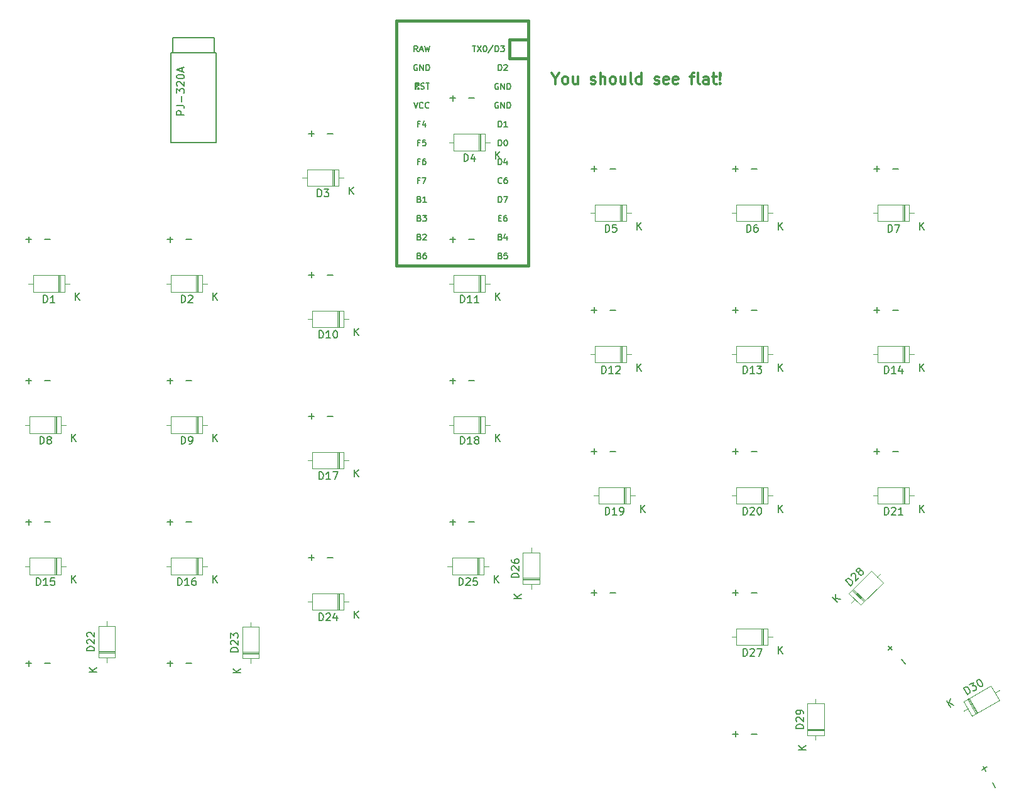
<source format=gto>
G04 #@! TF.GenerationSoftware,KiCad,Pcbnew,(5.0.0)*
G04 #@! TF.CreationDate,2019-05-29T22:18:10-05:00*
G04 #@! TF.ProjectId,PCB,5043422E6B696361645F706362000000,rev?*
G04 #@! TF.SameCoordinates,Original*
G04 #@! TF.FileFunction,Legend,Top*
G04 #@! TF.FilePolarity,Positive*
%FSLAX46Y46*%
G04 Gerber Fmt 4.6, Leading zero omitted, Abs format (unit mm)*
G04 Created by KiCad (PCBNEW (5.0.0)) date 05/29/19 22:18:10*
%MOMM*%
%LPD*%
G01*
G04 APERTURE LIST*
%ADD10C,0.300000*%
%ADD11C,0.120000*%
%ADD12C,0.381000*%
%ADD13C,0.150000*%
G04 APERTURE END LIST*
D10*
X193515714Y-55724285D02*
X193515714Y-56438571D01*
X193015714Y-54938571D02*
X193515714Y-55724285D01*
X194015714Y-54938571D01*
X194730000Y-56438571D02*
X194587142Y-56367142D01*
X194515714Y-56295714D01*
X194444285Y-56152857D01*
X194444285Y-55724285D01*
X194515714Y-55581428D01*
X194587142Y-55510000D01*
X194730000Y-55438571D01*
X194944285Y-55438571D01*
X195087142Y-55510000D01*
X195158571Y-55581428D01*
X195230000Y-55724285D01*
X195230000Y-56152857D01*
X195158571Y-56295714D01*
X195087142Y-56367142D01*
X194944285Y-56438571D01*
X194730000Y-56438571D01*
X196515714Y-55438571D02*
X196515714Y-56438571D01*
X195872857Y-55438571D02*
X195872857Y-56224285D01*
X195944285Y-56367142D01*
X196087142Y-56438571D01*
X196301428Y-56438571D01*
X196444285Y-56367142D01*
X196515714Y-56295714D01*
X198301428Y-56367142D02*
X198444285Y-56438571D01*
X198730000Y-56438571D01*
X198872857Y-56367142D01*
X198944285Y-56224285D01*
X198944285Y-56152857D01*
X198872857Y-56010000D01*
X198730000Y-55938571D01*
X198515714Y-55938571D01*
X198372857Y-55867142D01*
X198301428Y-55724285D01*
X198301428Y-55652857D01*
X198372857Y-55510000D01*
X198515714Y-55438571D01*
X198730000Y-55438571D01*
X198872857Y-55510000D01*
X199587142Y-56438571D02*
X199587142Y-54938571D01*
X200230000Y-56438571D02*
X200230000Y-55652857D01*
X200158571Y-55510000D01*
X200015714Y-55438571D01*
X199801428Y-55438571D01*
X199658571Y-55510000D01*
X199587142Y-55581428D01*
X201158571Y-56438571D02*
X201015714Y-56367142D01*
X200944285Y-56295714D01*
X200872857Y-56152857D01*
X200872857Y-55724285D01*
X200944285Y-55581428D01*
X201015714Y-55510000D01*
X201158571Y-55438571D01*
X201372857Y-55438571D01*
X201515714Y-55510000D01*
X201587142Y-55581428D01*
X201658571Y-55724285D01*
X201658571Y-56152857D01*
X201587142Y-56295714D01*
X201515714Y-56367142D01*
X201372857Y-56438571D01*
X201158571Y-56438571D01*
X202944285Y-55438571D02*
X202944285Y-56438571D01*
X202301428Y-55438571D02*
X202301428Y-56224285D01*
X202372857Y-56367142D01*
X202515714Y-56438571D01*
X202730000Y-56438571D01*
X202872857Y-56367142D01*
X202944285Y-56295714D01*
X203872857Y-56438571D02*
X203730000Y-56367142D01*
X203658571Y-56224285D01*
X203658571Y-54938571D01*
X205087142Y-56438571D02*
X205087142Y-54938571D01*
X205087142Y-56367142D02*
X204944285Y-56438571D01*
X204658571Y-56438571D01*
X204515714Y-56367142D01*
X204444285Y-56295714D01*
X204372857Y-56152857D01*
X204372857Y-55724285D01*
X204444285Y-55581428D01*
X204515714Y-55510000D01*
X204658571Y-55438571D01*
X204944285Y-55438571D01*
X205087142Y-55510000D01*
X206872857Y-56367142D02*
X207015714Y-56438571D01*
X207301428Y-56438571D01*
X207444285Y-56367142D01*
X207515714Y-56224285D01*
X207515714Y-56152857D01*
X207444285Y-56010000D01*
X207301428Y-55938571D01*
X207087142Y-55938571D01*
X206944285Y-55867142D01*
X206872857Y-55724285D01*
X206872857Y-55652857D01*
X206944285Y-55510000D01*
X207087142Y-55438571D01*
X207301428Y-55438571D01*
X207444285Y-55510000D01*
X208730000Y-56367142D02*
X208587142Y-56438571D01*
X208301428Y-56438571D01*
X208158571Y-56367142D01*
X208087142Y-56224285D01*
X208087142Y-55652857D01*
X208158571Y-55510000D01*
X208301428Y-55438571D01*
X208587142Y-55438571D01*
X208730000Y-55510000D01*
X208801428Y-55652857D01*
X208801428Y-55795714D01*
X208087142Y-55938571D01*
X210015714Y-56367142D02*
X209872857Y-56438571D01*
X209587142Y-56438571D01*
X209444285Y-56367142D01*
X209372857Y-56224285D01*
X209372857Y-55652857D01*
X209444285Y-55510000D01*
X209587142Y-55438571D01*
X209872857Y-55438571D01*
X210015714Y-55510000D01*
X210087142Y-55652857D01*
X210087142Y-55795714D01*
X209372857Y-55938571D01*
X211658571Y-55438571D02*
X212230000Y-55438571D01*
X211872857Y-56438571D02*
X211872857Y-55152857D01*
X211944285Y-55010000D01*
X212087142Y-54938571D01*
X212230000Y-54938571D01*
X212944285Y-56438571D02*
X212801428Y-56367142D01*
X212730000Y-56224285D01*
X212730000Y-54938571D01*
X214158571Y-56438571D02*
X214158571Y-55652857D01*
X214087142Y-55510000D01*
X213944285Y-55438571D01*
X213658571Y-55438571D01*
X213515714Y-55510000D01*
X214158571Y-56367142D02*
X214015714Y-56438571D01*
X213658571Y-56438571D01*
X213515714Y-56367142D01*
X213444285Y-56224285D01*
X213444285Y-56081428D01*
X213515714Y-55938571D01*
X213658571Y-55867142D01*
X214015714Y-55867142D01*
X214158571Y-55795714D01*
X214658571Y-55438571D02*
X215230000Y-55438571D01*
X214872857Y-54938571D02*
X214872857Y-56224285D01*
X214944285Y-56367142D01*
X215087142Y-56438571D01*
X215230000Y-56438571D01*
X215730000Y-56295714D02*
X215801428Y-56367142D01*
X215730000Y-56438571D01*
X215658571Y-56367142D01*
X215730000Y-56295714D01*
X215730000Y-56438571D01*
X215730000Y-55867142D02*
X215658571Y-55010000D01*
X215730000Y-54938571D01*
X215801428Y-55010000D01*
X215730000Y-55867142D01*
X215730000Y-54938571D01*
D11*
G04 #@! TO.C,D1*
X127373750Y-84463750D02*
X127373750Y-82223750D01*
X127373750Y-82223750D02*
X123133750Y-82223750D01*
X123133750Y-82223750D02*
X123133750Y-84463750D01*
X123133750Y-84463750D02*
X127373750Y-84463750D01*
X128023750Y-83343750D02*
X127373750Y-83343750D01*
X122483750Y-83343750D02*
X123133750Y-83343750D01*
X126653750Y-84463750D02*
X126653750Y-82223750D01*
X126533750Y-84463750D02*
X126533750Y-82223750D01*
X126773750Y-84463750D02*
X126773750Y-82223750D01*
G04 #@! TO.C,D2*
X145347500Y-84463750D02*
X145347500Y-82223750D01*
X145107500Y-84463750D02*
X145107500Y-82223750D01*
X145227500Y-84463750D02*
X145227500Y-82223750D01*
X141057500Y-83343750D02*
X141707500Y-83343750D01*
X146597500Y-83343750D02*
X145947500Y-83343750D01*
X141707500Y-84463750D02*
X145947500Y-84463750D01*
X141707500Y-82223750D02*
X141707500Y-84463750D01*
X145947500Y-82223750D02*
X141707500Y-82223750D01*
X145947500Y-84463750D02*
X145947500Y-82223750D01*
G04 #@! TO.C,D3*
X164308389Y-70176250D02*
X164308389Y-67936250D01*
X164308389Y-67936250D02*
X160068389Y-67936250D01*
X160068389Y-67936250D02*
X160068389Y-70176250D01*
X160068389Y-70176250D02*
X164308389Y-70176250D01*
X164958389Y-69056250D02*
X164308389Y-69056250D01*
X159418389Y-69056250D02*
X160068389Y-69056250D01*
X163588389Y-70176250D02*
X163588389Y-67936250D01*
X163468389Y-70176250D02*
X163468389Y-67936250D01*
X163708389Y-70176250D02*
X163708389Y-67936250D01*
G04 #@! TO.C,D4*
X183447500Y-65413750D02*
X183447500Y-63173750D01*
X183207500Y-65413750D02*
X183207500Y-63173750D01*
X183327500Y-65413750D02*
X183327500Y-63173750D01*
X179157500Y-64293750D02*
X179807500Y-64293750D01*
X184697500Y-64293750D02*
X184047500Y-64293750D01*
X179807500Y-65413750D02*
X184047500Y-65413750D01*
X179807500Y-63173750D02*
X179807500Y-65413750D01*
X184047500Y-63173750D02*
X179807500Y-63173750D01*
X184047500Y-65413750D02*
X184047500Y-63173750D01*
G04 #@! TO.C,D5*
X203097500Y-74938750D02*
X203097500Y-72698750D01*
X203097500Y-72698750D02*
X198857500Y-72698750D01*
X198857500Y-72698750D02*
X198857500Y-74938750D01*
X198857500Y-74938750D02*
X203097500Y-74938750D01*
X203747500Y-73818750D02*
X203097500Y-73818750D01*
X198207500Y-73818750D02*
X198857500Y-73818750D01*
X202377500Y-74938750D02*
X202377500Y-72698750D01*
X202257500Y-74938750D02*
X202257500Y-72698750D01*
X202497500Y-74938750D02*
X202497500Y-72698750D01*
G04 #@! TO.C,D6*
X221547500Y-74938750D02*
X221547500Y-72698750D01*
X221307500Y-74938750D02*
X221307500Y-72698750D01*
X221427500Y-74938750D02*
X221427500Y-72698750D01*
X217257500Y-73818750D02*
X217907500Y-73818750D01*
X222797500Y-73818750D02*
X222147500Y-73818750D01*
X217907500Y-74938750D02*
X222147500Y-74938750D01*
X217907500Y-72698750D02*
X217907500Y-74938750D01*
X222147500Y-72698750D02*
X217907500Y-72698750D01*
X222147500Y-74938750D02*
X222147500Y-72698750D01*
G04 #@! TO.C,D7*
X241197500Y-74938750D02*
X241197500Y-72698750D01*
X241197500Y-72698750D02*
X236957500Y-72698750D01*
X236957500Y-72698750D02*
X236957500Y-74938750D01*
X236957500Y-74938750D02*
X241197500Y-74938750D01*
X241847500Y-73818750D02*
X241197500Y-73818750D01*
X236307500Y-73818750D02*
X236957500Y-73818750D01*
X240477500Y-74938750D02*
X240477500Y-72698750D01*
X240357500Y-74938750D02*
X240357500Y-72698750D01*
X240597500Y-74938750D02*
X240597500Y-72698750D01*
G04 #@! TO.C,D8*
X126297500Y-103513750D02*
X126297500Y-101273750D01*
X126057500Y-103513750D02*
X126057500Y-101273750D01*
X126177500Y-103513750D02*
X126177500Y-101273750D01*
X122007500Y-102393750D02*
X122657500Y-102393750D01*
X127547500Y-102393750D02*
X126897500Y-102393750D01*
X122657500Y-103513750D02*
X126897500Y-103513750D01*
X122657500Y-101273750D02*
X122657500Y-103513750D01*
X126897500Y-101273750D02*
X122657500Y-101273750D01*
X126897500Y-103513750D02*
X126897500Y-101273750D01*
G04 #@! TO.C,D9*
X145947500Y-103513750D02*
X145947500Y-101273750D01*
X145947500Y-101273750D02*
X141707500Y-101273750D01*
X141707500Y-101273750D02*
X141707500Y-103513750D01*
X141707500Y-103513750D02*
X145947500Y-103513750D01*
X146597500Y-102393750D02*
X145947500Y-102393750D01*
X141057500Y-102393750D02*
X141707500Y-102393750D01*
X145227500Y-103513750D02*
X145227500Y-101273750D01*
X145107500Y-103513750D02*
X145107500Y-101273750D01*
X145347500Y-103513750D02*
X145347500Y-101273750D01*
G04 #@! TO.C,D10*
X164397500Y-89226250D02*
X164397500Y-86986250D01*
X164157500Y-89226250D02*
X164157500Y-86986250D01*
X164277500Y-89226250D02*
X164277500Y-86986250D01*
X160107500Y-88106250D02*
X160757500Y-88106250D01*
X165647500Y-88106250D02*
X164997500Y-88106250D01*
X160757500Y-89226250D02*
X164997500Y-89226250D01*
X160757500Y-86986250D02*
X160757500Y-89226250D01*
X164997500Y-86986250D02*
X160757500Y-86986250D01*
X164997500Y-89226250D02*
X164997500Y-86986250D01*
G04 #@! TO.C,D11*
X184047500Y-84463750D02*
X184047500Y-82223750D01*
X184047500Y-82223750D02*
X179807500Y-82223750D01*
X179807500Y-82223750D02*
X179807500Y-84463750D01*
X179807500Y-84463750D02*
X184047500Y-84463750D01*
X184697500Y-83343750D02*
X184047500Y-83343750D01*
X179157500Y-83343750D02*
X179807500Y-83343750D01*
X183327500Y-84463750D02*
X183327500Y-82223750D01*
X183207500Y-84463750D02*
X183207500Y-82223750D01*
X183447500Y-84463750D02*
X183447500Y-82223750D01*
G04 #@! TO.C,D12*
X202497500Y-93988750D02*
X202497500Y-91748750D01*
X202257500Y-93988750D02*
X202257500Y-91748750D01*
X202377500Y-93988750D02*
X202377500Y-91748750D01*
X198207500Y-92868750D02*
X198857500Y-92868750D01*
X203747500Y-92868750D02*
X203097500Y-92868750D01*
X198857500Y-93988750D02*
X203097500Y-93988750D01*
X198857500Y-91748750D02*
X198857500Y-93988750D01*
X203097500Y-91748750D02*
X198857500Y-91748750D01*
X203097500Y-93988750D02*
X203097500Y-91748750D01*
G04 #@! TO.C,D13*
X222147500Y-93988750D02*
X222147500Y-91748750D01*
X222147500Y-91748750D02*
X217907500Y-91748750D01*
X217907500Y-91748750D02*
X217907500Y-93988750D01*
X217907500Y-93988750D02*
X222147500Y-93988750D01*
X222797500Y-92868750D02*
X222147500Y-92868750D01*
X217257500Y-92868750D02*
X217907500Y-92868750D01*
X221427500Y-93988750D02*
X221427500Y-91748750D01*
X221307500Y-93988750D02*
X221307500Y-91748750D01*
X221547500Y-93988750D02*
X221547500Y-91748750D01*
G04 #@! TO.C,D14*
X240597500Y-93988750D02*
X240597500Y-91748750D01*
X240357500Y-93988750D02*
X240357500Y-91748750D01*
X240477500Y-93988750D02*
X240477500Y-91748750D01*
X236307500Y-92868750D02*
X236957500Y-92868750D01*
X241847500Y-92868750D02*
X241197500Y-92868750D01*
X236957500Y-93988750D02*
X241197500Y-93988750D01*
X236957500Y-91748750D02*
X236957500Y-93988750D01*
X241197500Y-91748750D02*
X236957500Y-91748750D01*
X241197500Y-93988750D02*
X241197500Y-91748750D01*
G04 #@! TO.C,D15*
X126897500Y-122563750D02*
X126897500Y-120323750D01*
X126897500Y-120323750D02*
X122657500Y-120323750D01*
X122657500Y-120323750D02*
X122657500Y-122563750D01*
X122657500Y-122563750D02*
X126897500Y-122563750D01*
X127547500Y-121443750D02*
X126897500Y-121443750D01*
X122007500Y-121443750D02*
X122657500Y-121443750D01*
X126177500Y-122563750D02*
X126177500Y-120323750D01*
X126057500Y-122563750D02*
X126057500Y-120323750D01*
X126297500Y-122563750D02*
X126297500Y-120323750D01*
G04 #@! TO.C,D16*
X145347500Y-122563750D02*
X145347500Y-120323750D01*
X145107500Y-122563750D02*
X145107500Y-120323750D01*
X145227500Y-122563750D02*
X145227500Y-120323750D01*
X141057500Y-121443750D02*
X141707500Y-121443750D01*
X146597500Y-121443750D02*
X145947500Y-121443750D01*
X141707500Y-122563750D02*
X145947500Y-122563750D01*
X141707500Y-120323750D02*
X141707500Y-122563750D01*
X145947500Y-120323750D02*
X141707500Y-120323750D01*
X145947500Y-122563750D02*
X145947500Y-120323750D01*
G04 #@! TO.C,D17*
X164997500Y-108276250D02*
X164997500Y-106036250D01*
X164997500Y-106036250D02*
X160757500Y-106036250D01*
X160757500Y-106036250D02*
X160757500Y-108276250D01*
X160757500Y-108276250D02*
X164997500Y-108276250D01*
X165647500Y-107156250D02*
X164997500Y-107156250D01*
X160107500Y-107156250D02*
X160757500Y-107156250D01*
X164277500Y-108276250D02*
X164277500Y-106036250D01*
X164157500Y-108276250D02*
X164157500Y-106036250D01*
X164397500Y-108276250D02*
X164397500Y-106036250D01*
G04 #@! TO.C,D18*
X183447500Y-103513750D02*
X183447500Y-101273750D01*
X183207500Y-103513750D02*
X183207500Y-101273750D01*
X183327500Y-103513750D02*
X183327500Y-101273750D01*
X179157500Y-102393750D02*
X179807500Y-102393750D01*
X184697500Y-102393750D02*
X184047500Y-102393750D01*
X179807500Y-103513750D02*
X184047500Y-103513750D01*
X179807500Y-101273750D02*
X179807500Y-103513750D01*
X184047500Y-101273750D02*
X179807500Y-101273750D01*
X184047500Y-103513750D02*
X184047500Y-101273750D01*
G04 #@! TO.C,D19*
X203573750Y-113038750D02*
X203573750Y-110798750D01*
X203573750Y-110798750D02*
X199333750Y-110798750D01*
X199333750Y-110798750D02*
X199333750Y-113038750D01*
X199333750Y-113038750D02*
X203573750Y-113038750D01*
X204223750Y-111918750D02*
X203573750Y-111918750D01*
X198683750Y-111918750D02*
X199333750Y-111918750D01*
X202853750Y-113038750D02*
X202853750Y-110798750D01*
X202733750Y-113038750D02*
X202733750Y-110798750D01*
X202973750Y-113038750D02*
X202973750Y-110798750D01*
G04 #@! TO.C,D20*
X221547500Y-113038750D02*
X221547500Y-110798750D01*
X221307500Y-113038750D02*
X221307500Y-110798750D01*
X221427500Y-113038750D02*
X221427500Y-110798750D01*
X217257500Y-111918750D02*
X217907500Y-111918750D01*
X222797500Y-111918750D02*
X222147500Y-111918750D01*
X217907500Y-113038750D02*
X222147500Y-113038750D01*
X217907500Y-110798750D02*
X217907500Y-113038750D01*
X222147500Y-110798750D02*
X217907500Y-110798750D01*
X222147500Y-113038750D02*
X222147500Y-110798750D01*
G04 #@! TO.C,D21*
X241197500Y-113038750D02*
X241197500Y-110798750D01*
X241197500Y-110798750D02*
X236957500Y-110798750D01*
X236957500Y-110798750D02*
X236957500Y-113038750D01*
X236957500Y-113038750D02*
X241197500Y-113038750D01*
X241847500Y-111918750D02*
X241197500Y-111918750D01*
X236307500Y-111918750D02*
X236957500Y-111918750D01*
X240477500Y-113038750D02*
X240477500Y-110798750D01*
X240357500Y-113038750D02*
X240357500Y-110798750D01*
X240597500Y-113038750D02*
X240597500Y-110798750D01*
G04 #@! TO.C,D22*
X131930000Y-133140000D02*
X134170000Y-133140000D01*
X131930000Y-132900000D02*
X134170000Y-132900000D01*
X131930000Y-133020000D02*
X134170000Y-133020000D01*
X133050000Y-128850000D02*
X133050000Y-129500000D01*
X133050000Y-134390000D02*
X133050000Y-133740000D01*
X131930000Y-129500000D02*
X131930000Y-133740000D01*
X134170000Y-129500000D02*
X131930000Y-129500000D01*
X134170000Y-133740000D02*
X134170000Y-129500000D01*
X131930000Y-133740000D02*
X134170000Y-133740000D01*
G04 #@! TO.C,D23*
X151300000Y-133860000D02*
X153540000Y-133860000D01*
X153540000Y-133860000D02*
X153540000Y-129620000D01*
X153540000Y-129620000D02*
X151300000Y-129620000D01*
X151300000Y-129620000D02*
X151300000Y-133860000D01*
X152420000Y-134510000D02*
X152420000Y-133860000D01*
X152420000Y-128970000D02*
X152420000Y-129620000D01*
X151300000Y-133140000D02*
X153540000Y-133140000D01*
X151300000Y-133020000D02*
X153540000Y-133020000D01*
X151300000Y-133260000D02*
X153540000Y-133260000D01*
G04 #@! TO.C,D24*
X164997500Y-127326250D02*
X164997500Y-125086250D01*
X164997500Y-125086250D02*
X160757500Y-125086250D01*
X160757500Y-125086250D02*
X160757500Y-127326250D01*
X160757500Y-127326250D02*
X164997500Y-127326250D01*
X165647500Y-126206250D02*
X164997500Y-126206250D01*
X160107500Y-126206250D02*
X160757500Y-126206250D01*
X164277500Y-127326250D02*
X164277500Y-125086250D01*
X164157500Y-127326250D02*
X164157500Y-125086250D01*
X164397500Y-127326250D02*
X164397500Y-125086250D01*
G04 #@! TO.C,D25*
X183248390Y-122563750D02*
X183248390Y-120323750D01*
X183008390Y-122563750D02*
X183008390Y-120323750D01*
X183128390Y-122563750D02*
X183128390Y-120323750D01*
X178958390Y-121443750D02*
X179608390Y-121443750D01*
X184498390Y-121443750D02*
X183848390Y-121443750D01*
X179608390Y-122563750D02*
X183848390Y-122563750D01*
X179608390Y-120323750D02*
X179608390Y-122563750D01*
X183848390Y-120323750D02*
X179608390Y-120323750D01*
X183848390Y-122563750D02*
X183848390Y-120323750D01*
G04 #@! TO.C,D26*
X189140000Y-123850000D02*
X191380000Y-123850000D01*
X191380000Y-123850000D02*
X191380000Y-119610000D01*
X191380000Y-119610000D02*
X189140000Y-119610000D01*
X189140000Y-119610000D02*
X189140000Y-123850000D01*
X190260000Y-124500000D02*
X190260000Y-123850000D01*
X190260000Y-118960000D02*
X190260000Y-119610000D01*
X189140000Y-123130000D02*
X191380000Y-123130000D01*
X189140000Y-123010000D02*
X191380000Y-123010000D01*
X189140000Y-123250000D02*
X191380000Y-123250000D01*
G04 #@! TO.C,D27*
X221547500Y-132088750D02*
X221547500Y-129848750D01*
X221307500Y-132088750D02*
X221307500Y-129848750D01*
X221427500Y-132088750D02*
X221427500Y-129848750D01*
X217257500Y-130968750D02*
X217907500Y-130968750D01*
X222797500Y-130968750D02*
X222147500Y-130968750D01*
X217907500Y-132088750D02*
X222147500Y-132088750D01*
X217907500Y-129848750D02*
X217907500Y-132088750D01*
X222147500Y-129848750D02*
X217907500Y-129848750D01*
X222147500Y-132088750D02*
X222147500Y-129848750D01*
G04 #@! TO.C,D28*
X233083051Y-125093030D02*
X234666970Y-126676949D01*
X234666970Y-126676949D02*
X237665103Y-123678816D01*
X237665103Y-123678816D02*
X236081184Y-122094897D01*
X236081184Y-122094897D02*
X233083051Y-125093030D01*
X233415391Y-126344609D02*
X233875010Y-125884990D01*
X237332763Y-122427237D02*
X236873143Y-122886857D01*
X233592168Y-124583913D02*
X235176087Y-126167832D01*
X233677021Y-124499060D02*
X235260940Y-126082979D01*
X233507315Y-124668766D02*
X235091234Y-126252685D01*
G04 #@! TO.C,D29*
X227480000Y-143610000D02*
X229720000Y-143610000D01*
X227480000Y-143370000D02*
X229720000Y-143370000D01*
X227480000Y-143490000D02*
X229720000Y-143490000D01*
X228600000Y-139320000D02*
X228600000Y-139970000D01*
X228600000Y-144860000D02*
X228600000Y-144210000D01*
X227480000Y-139970000D02*
X227480000Y-144210000D01*
X229720000Y-139970000D02*
X227480000Y-139970000D01*
X229720000Y-144210000D02*
X229720000Y-139970000D01*
X227480000Y-144210000D02*
X229720000Y-144210000D01*
G04 #@! TO.C,D30*
X249053198Y-139355052D02*
X250173198Y-141294948D01*
X249261045Y-139235052D02*
X250381044Y-141174948D01*
X249157122Y-139295052D02*
X250277121Y-141234948D01*
X253328447Y-138180000D02*
X252765531Y-138505000D01*
X248530666Y-140950000D02*
X249093583Y-140625000D01*
X252205532Y-137535051D02*
X248533583Y-139655052D01*
X253325530Y-139474948D02*
X252205532Y-137535051D01*
X249653583Y-141594948D02*
X253325530Y-139474948D01*
X248533583Y-139655052D02*
X249653583Y-141594948D01*
D12*
G04 #@! TO.C,U1*
X187300000Y-50430000D02*
X189840000Y-50430000D01*
X172060000Y-47890000D02*
X189840000Y-47890000D01*
X189840000Y-47890000D02*
X189840000Y-80910000D01*
X189840000Y-80910000D02*
X172060000Y-80910000D01*
X172060000Y-80910000D02*
X172060000Y-47890000D01*
D13*
G36*
X175105365Y-56319030D02*
X175105365Y-56419030D01*
X174605365Y-56419030D01*
X174605365Y-56319030D01*
X175105365Y-56319030D01*
G37*
X175105365Y-56319030D02*
X175105365Y-56419030D01*
X174605365Y-56419030D01*
X174605365Y-56319030D01*
X175105365Y-56319030D01*
G36*
X175105365Y-56319030D02*
X175105365Y-56619030D01*
X175005365Y-56619030D01*
X175005365Y-56319030D01*
X175105365Y-56319030D01*
G37*
X175105365Y-56319030D02*
X175105365Y-56619030D01*
X175005365Y-56619030D01*
X175005365Y-56319030D01*
X175105365Y-56319030D01*
G36*
X175105365Y-56919030D02*
X175105365Y-57119030D01*
X175005365Y-57119030D01*
X175005365Y-56919030D01*
X175105365Y-56919030D01*
G37*
X175105365Y-56919030D02*
X175105365Y-57119030D01*
X175005365Y-57119030D01*
X175005365Y-56919030D01*
X175105365Y-56919030D01*
G36*
X174705365Y-56319030D02*
X174705365Y-57119030D01*
X174605365Y-57119030D01*
X174605365Y-56319030D01*
X174705365Y-56319030D01*
G37*
X174705365Y-56319030D02*
X174705365Y-57119030D01*
X174605365Y-57119030D01*
X174605365Y-56319030D01*
X174705365Y-56319030D01*
G36*
X174905365Y-56719030D02*
X174905365Y-56819030D01*
X174805365Y-56819030D01*
X174805365Y-56719030D01*
X174905365Y-56719030D01*
G37*
X174905365Y-56719030D02*
X174905365Y-56819030D01*
X174805365Y-56819030D01*
X174805365Y-56719030D01*
X174905365Y-56719030D01*
D12*
X187300000Y-50430000D02*
X187300000Y-52970000D01*
X187300000Y-52970000D02*
X189840000Y-52970000D01*
D13*
G04 #@! TO.C,REF\002A\002A*
X147780000Y-52210000D02*
X141680000Y-52210000D01*
X147780000Y-64310000D02*
X141680000Y-64310000D01*
X147780000Y-52210000D02*
X147780000Y-64310000D01*
X141680000Y-52210000D02*
X141680000Y-64310000D01*
X147530000Y-52210000D02*
X147530000Y-50210000D01*
X141930000Y-52210000D02*
X141930000Y-50210000D01*
X147530000Y-50210000D02*
X141930000Y-50210000D01*
G04 #@! TO.C,K3*
X160274047Y-63102678D02*
X161035952Y-63102678D01*
X160655000Y-63483630D02*
X160655000Y-62721726D01*
X162814047Y-63102678D02*
X163575952Y-63102678D01*
G04 #@! TO.C,K2*
X143764047Y-77390178D02*
X144525952Y-77390178D01*
X141224047Y-77390178D02*
X141985952Y-77390178D01*
X141605000Y-77771130D02*
X141605000Y-77009226D01*
G04 #@! TO.C,D1*
X124515654Y-85916130D02*
X124515654Y-84916130D01*
X124753750Y-84916130D01*
X124896607Y-84963750D01*
X124991845Y-85058988D01*
X125039464Y-85154226D01*
X125087083Y-85344702D01*
X125087083Y-85487559D01*
X125039464Y-85678035D01*
X124991845Y-85773273D01*
X124896607Y-85868511D01*
X124753750Y-85916130D01*
X124515654Y-85916130D01*
X126039464Y-85916130D02*
X125468035Y-85916130D01*
X125753750Y-85916130D02*
X125753750Y-84916130D01*
X125658511Y-85058988D01*
X125563273Y-85154226D01*
X125468035Y-85201845D01*
X128801845Y-85596130D02*
X128801845Y-84596130D01*
X129373273Y-85596130D02*
X128944702Y-85024702D01*
X129373273Y-84596130D02*
X128801845Y-85167559D01*
G04 #@! TO.C,D2*
X143089404Y-85916130D02*
X143089404Y-84916130D01*
X143327500Y-84916130D01*
X143470357Y-84963750D01*
X143565595Y-85058988D01*
X143613214Y-85154226D01*
X143660833Y-85344702D01*
X143660833Y-85487559D01*
X143613214Y-85678035D01*
X143565595Y-85773273D01*
X143470357Y-85868511D01*
X143327500Y-85916130D01*
X143089404Y-85916130D01*
X144041785Y-85011369D02*
X144089404Y-84963750D01*
X144184642Y-84916130D01*
X144422738Y-84916130D01*
X144517976Y-84963750D01*
X144565595Y-85011369D01*
X144613214Y-85106607D01*
X144613214Y-85201845D01*
X144565595Y-85344702D01*
X143994166Y-85916130D01*
X144613214Y-85916130D01*
X147375595Y-85596130D02*
X147375595Y-84596130D01*
X147947023Y-85596130D02*
X147518452Y-85024702D01*
X147947023Y-84596130D02*
X147375595Y-85167559D01*
G04 #@! TO.C,D3*
X161450293Y-71628630D02*
X161450293Y-70628630D01*
X161688389Y-70628630D01*
X161831246Y-70676250D01*
X161926484Y-70771488D01*
X161974103Y-70866726D01*
X162021722Y-71057202D01*
X162021722Y-71200059D01*
X161974103Y-71390535D01*
X161926484Y-71485773D01*
X161831246Y-71581011D01*
X161688389Y-71628630D01*
X161450293Y-71628630D01*
X162355055Y-70628630D02*
X162974103Y-70628630D01*
X162640769Y-71009583D01*
X162783627Y-71009583D01*
X162878865Y-71057202D01*
X162926484Y-71104821D01*
X162974103Y-71200059D01*
X162974103Y-71438154D01*
X162926484Y-71533392D01*
X162878865Y-71581011D01*
X162783627Y-71628630D01*
X162497912Y-71628630D01*
X162402674Y-71581011D01*
X162355055Y-71533392D01*
X165736484Y-71308630D02*
X165736484Y-70308630D01*
X166307912Y-71308630D02*
X165879341Y-70737202D01*
X166307912Y-70308630D02*
X165736484Y-70880059D01*
G04 #@! TO.C,D4*
X181189404Y-66866130D02*
X181189404Y-65866130D01*
X181427500Y-65866130D01*
X181570357Y-65913750D01*
X181665595Y-66008988D01*
X181713214Y-66104226D01*
X181760833Y-66294702D01*
X181760833Y-66437559D01*
X181713214Y-66628035D01*
X181665595Y-66723273D01*
X181570357Y-66818511D01*
X181427500Y-66866130D01*
X181189404Y-66866130D01*
X182617976Y-66199464D02*
X182617976Y-66866130D01*
X182379880Y-65818511D02*
X182141785Y-66532797D01*
X182760833Y-66532797D01*
X185475595Y-66546130D02*
X185475595Y-65546130D01*
X186047023Y-66546130D02*
X185618452Y-65974702D01*
X186047023Y-65546130D02*
X185475595Y-66117559D01*
G04 #@! TO.C,D5*
X200239404Y-76391130D02*
X200239404Y-75391130D01*
X200477500Y-75391130D01*
X200620357Y-75438750D01*
X200715595Y-75533988D01*
X200763214Y-75629226D01*
X200810833Y-75819702D01*
X200810833Y-75962559D01*
X200763214Y-76153035D01*
X200715595Y-76248273D01*
X200620357Y-76343511D01*
X200477500Y-76391130D01*
X200239404Y-76391130D01*
X201715595Y-75391130D02*
X201239404Y-75391130D01*
X201191785Y-75867321D01*
X201239404Y-75819702D01*
X201334642Y-75772083D01*
X201572738Y-75772083D01*
X201667976Y-75819702D01*
X201715595Y-75867321D01*
X201763214Y-75962559D01*
X201763214Y-76200654D01*
X201715595Y-76295892D01*
X201667976Y-76343511D01*
X201572738Y-76391130D01*
X201334642Y-76391130D01*
X201239404Y-76343511D01*
X201191785Y-76295892D01*
X204525595Y-76071130D02*
X204525595Y-75071130D01*
X205097023Y-76071130D02*
X204668452Y-75499702D01*
X205097023Y-75071130D02*
X204525595Y-75642559D01*
G04 #@! TO.C,D6*
X219289404Y-76391130D02*
X219289404Y-75391130D01*
X219527500Y-75391130D01*
X219670357Y-75438750D01*
X219765595Y-75533988D01*
X219813214Y-75629226D01*
X219860833Y-75819702D01*
X219860833Y-75962559D01*
X219813214Y-76153035D01*
X219765595Y-76248273D01*
X219670357Y-76343511D01*
X219527500Y-76391130D01*
X219289404Y-76391130D01*
X220717976Y-75391130D02*
X220527500Y-75391130D01*
X220432261Y-75438750D01*
X220384642Y-75486369D01*
X220289404Y-75629226D01*
X220241785Y-75819702D01*
X220241785Y-76200654D01*
X220289404Y-76295892D01*
X220337023Y-76343511D01*
X220432261Y-76391130D01*
X220622738Y-76391130D01*
X220717976Y-76343511D01*
X220765595Y-76295892D01*
X220813214Y-76200654D01*
X220813214Y-75962559D01*
X220765595Y-75867321D01*
X220717976Y-75819702D01*
X220622738Y-75772083D01*
X220432261Y-75772083D01*
X220337023Y-75819702D01*
X220289404Y-75867321D01*
X220241785Y-75962559D01*
X223575595Y-76071130D02*
X223575595Y-75071130D01*
X224147023Y-76071130D02*
X223718452Y-75499702D01*
X224147023Y-75071130D02*
X223575595Y-75642559D01*
G04 #@! TO.C,D7*
X238339404Y-76391130D02*
X238339404Y-75391130D01*
X238577500Y-75391130D01*
X238720357Y-75438750D01*
X238815595Y-75533988D01*
X238863214Y-75629226D01*
X238910833Y-75819702D01*
X238910833Y-75962559D01*
X238863214Y-76153035D01*
X238815595Y-76248273D01*
X238720357Y-76343511D01*
X238577500Y-76391130D01*
X238339404Y-76391130D01*
X239244166Y-75391130D02*
X239910833Y-75391130D01*
X239482261Y-76391130D01*
X242625595Y-76071130D02*
X242625595Y-75071130D01*
X243197023Y-76071130D02*
X242768452Y-75499702D01*
X243197023Y-75071130D02*
X242625595Y-75642559D01*
G04 #@! TO.C,D8*
X124039404Y-104966130D02*
X124039404Y-103966130D01*
X124277500Y-103966130D01*
X124420357Y-104013750D01*
X124515595Y-104108988D01*
X124563214Y-104204226D01*
X124610833Y-104394702D01*
X124610833Y-104537559D01*
X124563214Y-104728035D01*
X124515595Y-104823273D01*
X124420357Y-104918511D01*
X124277500Y-104966130D01*
X124039404Y-104966130D01*
X125182261Y-104394702D02*
X125087023Y-104347083D01*
X125039404Y-104299464D01*
X124991785Y-104204226D01*
X124991785Y-104156607D01*
X125039404Y-104061369D01*
X125087023Y-104013750D01*
X125182261Y-103966130D01*
X125372738Y-103966130D01*
X125467976Y-104013750D01*
X125515595Y-104061369D01*
X125563214Y-104156607D01*
X125563214Y-104204226D01*
X125515595Y-104299464D01*
X125467976Y-104347083D01*
X125372738Y-104394702D01*
X125182261Y-104394702D01*
X125087023Y-104442321D01*
X125039404Y-104489940D01*
X124991785Y-104585178D01*
X124991785Y-104775654D01*
X125039404Y-104870892D01*
X125087023Y-104918511D01*
X125182261Y-104966130D01*
X125372738Y-104966130D01*
X125467976Y-104918511D01*
X125515595Y-104870892D01*
X125563214Y-104775654D01*
X125563214Y-104585178D01*
X125515595Y-104489940D01*
X125467976Y-104442321D01*
X125372738Y-104394702D01*
X128325595Y-104646130D02*
X128325595Y-103646130D01*
X128897023Y-104646130D02*
X128468452Y-104074702D01*
X128897023Y-103646130D02*
X128325595Y-104217559D01*
G04 #@! TO.C,D9*
X143089404Y-104966130D02*
X143089404Y-103966130D01*
X143327500Y-103966130D01*
X143470357Y-104013750D01*
X143565595Y-104108988D01*
X143613214Y-104204226D01*
X143660833Y-104394702D01*
X143660833Y-104537559D01*
X143613214Y-104728035D01*
X143565595Y-104823273D01*
X143470357Y-104918511D01*
X143327500Y-104966130D01*
X143089404Y-104966130D01*
X144137023Y-104966130D02*
X144327500Y-104966130D01*
X144422738Y-104918511D01*
X144470357Y-104870892D01*
X144565595Y-104728035D01*
X144613214Y-104537559D01*
X144613214Y-104156607D01*
X144565595Y-104061369D01*
X144517976Y-104013750D01*
X144422738Y-103966130D01*
X144232261Y-103966130D01*
X144137023Y-104013750D01*
X144089404Y-104061369D01*
X144041785Y-104156607D01*
X144041785Y-104394702D01*
X144089404Y-104489940D01*
X144137023Y-104537559D01*
X144232261Y-104585178D01*
X144422738Y-104585178D01*
X144517976Y-104537559D01*
X144565595Y-104489940D01*
X144613214Y-104394702D01*
X147375595Y-104646130D02*
X147375595Y-103646130D01*
X147947023Y-104646130D02*
X147518452Y-104074702D01*
X147947023Y-103646130D02*
X147375595Y-104217559D01*
G04 #@! TO.C,D10*
X161663214Y-90678630D02*
X161663214Y-89678630D01*
X161901309Y-89678630D01*
X162044166Y-89726250D01*
X162139404Y-89821488D01*
X162187023Y-89916726D01*
X162234642Y-90107202D01*
X162234642Y-90250059D01*
X162187023Y-90440535D01*
X162139404Y-90535773D01*
X162044166Y-90631011D01*
X161901309Y-90678630D01*
X161663214Y-90678630D01*
X163187023Y-90678630D02*
X162615595Y-90678630D01*
X162901309Y-90678630D02*
X162901309Y-89678630D01*
X162806071Y-89821488D01*
X162710833Y-89916726D01*
X162615595Y-89964345D01*
X163806071Y-89678630D02*
X163901309Y-89678630D01*
X163996547Y-89726250D01*
X164044166Y-89773869D01*
X164091785Y-89869107D01*
X164139404Y-90059583D01*
X164139404Y-90297678D01*
X164091785Y-90488154D01*
X164044166Y-90583392D01*
X163996547Y-90631011D01*
X163901309Y-90678630D01*
X163806071Y-90678630D01*
X163710833Y-90631011D01*
X163663214Y-90583392D01*
X163615595Y-90488154D01*
X163567976Y-90297678D01*
X163567976Y-90059583D01*
X163615595Y-89869107D01*
X163663214Y-89773869D01*
X163710833Y-89726250D01*
X163806071Y-89678630D01*
X166425595Y-90358630D02*
X166425595Y-89358630D01*
X166997023Y-90358630D02*
X166568452Y-89787202D01*
X166997023Y-89358630D02*
X166425595Y-89930059D01*
G04 #@! TO.C,D11*
X180713214Y-85916130D02*
X180713214Y-84916130D01*
X180951309Y-84916130D01*
X181094166Y-84963750D01*
X181189404Y-85058988D01*
X181237023Y-85154226D01*
X181284642Y-85344702D01*
X181284642Y-85487559D01*
X181237023Y-85678035D01*
X181189404Y-85773273D01*
X181094166Y-85868511D01*
X180951309Y-85916130D01*
X180713214Y-85916130D01*
X182237023Y-85916130D02*
X181665595Y-85916130D01*
X181951309Y-85916130D02*
X181951309Y-84916130D01*
X181856071Y-85058988D01*
X181760833Y-85154226D01*
X181665595Y-85201845D01*
X183189404Y-85916130D02*
X182617976Y-85916130D01*
X182903690Y-85916130D02*
X182903690Y-84916130D01*
X182808452Y-85058988D01*
X182713214Y-85154226D01*
X182617976Y-85201845D01*
X185475595Y-85596130D02*
X185475595Y-84596130D01*
X186047023Y-85596130D02*
X185618452Y-85024702D01*
X186047023Y-84596130D02*
X185475595Y-85167559D01*
G04 #@! TO.C,D12*
X199763214Y-95441130D02*
X199763214Y-94441130D01*
X200001309Y-94441130D01*
X200144166Y-94488750D01*
X200239404Y-94583988D01*
X200287023Y-94679226D01*
X200334642Y-94869702D01*
X200334642Y-95012559D01*
X200287023Y-95203035D01*
X200239404Y-95298273D01*
X200144166Y-95393511D01*
X200001309Y-95441130D01*
X199763214Y-95441130D01*
X201287023Y-95441130D02*
X200715595Y-95441130D01*
X201001309Y-95441130D02*
X201001309Y-94441130D01*
X200906071Y-94583988D01*
X200810833Y-94679226D01*
X200715595Y-94726845D01*
X201667976Y-94536369D02*
X201715595Y-94488750D01*
X201810833Y-94441130D01*
X202048928Y-94441130D01*
X202144166Y-94488750D01*
X202191785Y-94536369D01*
X202239404Y-94631607D01*
X202239404Y-94726845D01*
X202191785Y-94869702D01*
X201620357Y-95441130D01*
X202239404Y-95441130D01*
X204525595Y-95121130D02*
X204525595Y-94121130D01*
X205097023Y-95121130D02*
X204668452Y-94549702D01*
X205097023Y-94121130D02*
X204525595Y-94692559D01*
G04 #@! TO.C,D13*
X218813214Y-95441130D02*
X218813214Y-94441130D01*
X219051309Y-94441130D01*
X219194166Y-94488750D01*
X219289404Y-94583988D01*
X219337023Y-94679226D01*
X219384642Y-94869702D01*
X219384642Y-95012559D01*
X219337023Y-95203035D01*
X219289404Y-95298273D01*
X219194166Y-95393511D01*
X219051309Y-95441130D01*
X218813214Y-95441130D01*
X220337023Y-95441130D02*
X219765595Y-95441130D01*
X220051309Y-95441130D02*
X220051309Y-94441130D01*
X219956071Y-94583988D01*
X219860833Y-94679226D01*
X219765595Y-94726845D01*
X220670357Y-94441130D02*
X221289404Y-94441130D01*
X220956071Y-94822083D01*
X221098928Y-94822083D01*
X221194166Y-94869702D01*
X221241785Y-94917321D01*
X221289404Y-95012559D01*
X221289404Y-95250654D01*
X221241785Y-95345892D01*
X221194166Y-95393511D01*
X221098928Y-95441130D01*
X220813214Y-95441130D01*
X220717976Y-95393511D01*
X220670357Y-95345892D01*
X223575595Y-95121130D02*
X223575595Y-94121130D01*
X224147023Y-95121130D02*
X223718452Y-94549702D01*
X224147023Y-94121130D02*
X223575595Y-94692559D01*
G04 #@! TO.C,D14*
X237863214Y-95441130D02*
X237863214Y-94441130D01*
X238101309Y-94441130D01*
X238244166Y-94488750D01*
X238339404Y-94583988D01*
X238387023Y-94679226D01*
X238434642Y-94869702D01*
X238434642Y-95012559D01*
X238387023Y-95203035D01*
X238339404Y-95298273D01*
X238244166Y-95393511D01*
X238101309Y-95441130D01*
X237863214Y-95441130D01*
X239387023Y-95441130D02*
X238815595Y-95441130D01*
X239101309Y-95441130D02*
X239101309Y-94441130D01*
X239006071Y-94583988D01*
X238910833Y-94679226D01*
X238815595Y-94726845D01*
X240244166Y-94774464D02*
X240244166Y-95441130D01*
X240006071Y-94393511D02*
X239767976Y-95107797D01*
X240387023Y-95107797D01*
X242625595Y-95121130D02*
X242625595Y-94121130D01*
X243197023Y-95121130D02*
X242768452Y-94549702D01*
X243197023Y-94121130D02*
X242625595Y-94692559D01*
G04 #@! TO.C,D15*
X123563214Y-124016130D02*
X123563214Y-123016130D01*
X123801309Y-123016130D01*
X123944166Y-123063750D01*
X124039404Y-123158988D01*
X124087023Y-123254226D01*
X124134642Y-123444702D01*
X124134642Y-123587559D01*
X124087023Y-123778035D01*
X124039404Y-123873273D01*
X123944166Y-123968511D01*
X123801309Y-124016130D01*
X123563214Y-124016130D01*
X125087023Y-124016130D02*
X124515595Y-124016130D01*
X124801309Y-124016130D02*
X124801309Y-123016130D01*
X124706071Y-123158988D01*
X124610833Y-123254226D01*
X124515595Y-123301845D01*
X125991785Y-123016130D02*
X125515595Y-123016130D01*
X125467976Y-123492321D01*
X125515595Y-123444702D01*
X125610833Y-123397083D01*
X125848928Y-123397083D01*
X125944166Y-123444702D01*
X125991785Y-123492321D01*
X126039404Y-123587559D01*
X126039404Y-123825654D01*
X125991785Y-123920892D01*
X125944166Y-123968511D01*
X125848928Y-124016130D01*
X125610833Y-124016130D01*
X125515595Y-123968511D01*
X125467976Y-123920892D01*
X128325595Y-123696130D02*
X128325595Y-122696130D01*
X128897023Y-123696130D02*
X128468452Y-123124702D01*
X128897023Y-122696130D02*
X128325595Y-123267559D01*
G04 #@! TO.C,D16*
X142613214Y-124016130D02*
X142613214Y-123016130D01*
X142851309Y-123016130D01*
X142994166Y-123063750D01*
X143089404Y-123158988D01*
X143137023Y-123254226D01*
X143184642Y-123444702D01*
X143184642Y-123587559D01*
X143137023Y-123778035D01*
X143089404Y-123873273D01*
X142994166Y-123968511D01*
X142851309Y-124016130D01*
X142613214Y-124016130D01*
X144137023Y-124016130D02*
X143565595Y-124016130D01*
X143851309Y-124016130D02*
X143851309Y-123016130D01*
X143756071Y-123158988D01*
X143660833Y-123254226D01*
X143565595Y-123301845D01*
X144994166Y-123016130D02*
X144803690Y-123016130D01*
X144708452Y-123063750D01*
X144660833Y-123111369D01*
X144565595Y-123254226D01*
X144517976Y-123444702D01*
X144517976Y-123825654D01*
X144565595Y-123920892D01*
X144613214Y-123968511D01*
X144708452Y-124016130D01*
X144898928Y-124016130D01*
X144994166Y-123968511D01*
X145041785Y-123920892D01*
X145089404Y-123825654D01*
X145089404Y-123587559D01*
X145041785Y-123492321D01*
X144994166Y-123444702D01*
X144898928Y-123397083D01*
X144708452Y-123397083D01*
X144613214Y-123444702D01*
X144565595Y-123492321D01*
X144517976Y-123587559D01*
X147375595Y-123696130D02*
X147375595Y-122696130D01*
X147947023Y-123696130D02*
X147518452Y-123124702D01*
X147947023Y-122696130D02*
X147375595Y-123267559D01*
G04 #@! TO.C,D17*
X161663214Y-109728630D02*
X161663214Y-108728630D01*
X161901309Y-108728630D01*
X162044166Y-108776250D01*
X162139404Y-108871488D01*
X162187023Y-108966726D01*
X162234642Y-109157202D01*
X162234642Y-109300059D01*
X162187023Y-109490535D01*
X162139404Y-109585773D01*
X162044166Y-109681011D01*
X161901309Y-109728630D01*
X161663214Y-109728630D01*
X163187023Y-109728630D02*
X162615595Y-109728630D01*
X162901309Y-109728630D02*
X162901309Y-108728630D01*
X162806071Y-108871488D01*
X162710833Y-108966726D01*
X162615595Y-109014345D01*
X163520357Y-108728630D02*
X164187023Y-108728630D01*
X163758452Y-109728630D01*
X166425595Y-109408630D02*
X166425595Y-108408630D01*
X166997023Y-109408630D02*
X166568452Y-108837202D01*
X166997023Y-108408630D02*
X166425595Y-108980059D01*
G04 #@! TO.C,D18*
X180713214Y-104966130D02*
X180713214Y-103966130D01*
X180951309Y-103966130D01*
X181094166Y-104013750D01*
X181189404Y-104108988D01*
X181237023Y-104204226D01*
X181284642Y-104394702D01*
X181284642Y-104537559D01*
X181237023Y-104728035D01*
X181189404Y-104823273D01*
X181094166Y-104918511D01*
X180951309Y-104966130D01*
X180713214Y-104966130D01*
X182237023Y-104966130D02*
X181665595Y-104966130D01*
X181951309Y-104966130D02*
X181951309Y-103966130D01*
X181856071Y-104108988D01*
X181760833Y-104204226D01*
X181665595Y-104251845D01*
X182808452Y-104394702D02*
X182713214Y-104347083D01*
X182665595Y-104299464D01*
X182617976Y-104204226D01*
X182617976Y-104156607D01*
X182665595Y-104061369D01*
X182713214Y-104013750D01*
X182808452Y-103966130D01*
X182998928Y-103966130D01*
X183094166Y-104013750D01*
X183141785Y-104061369D01*
X183189404Y-104156607D01*
X183189404Y-104204226D01*
X183141785Y-104299464D01*
X183094166Y-104347083D01*
X182998928Y-104394702D01*
X182808452Y-104394702D01*
X182713214Y-104442321D01*
X182665595Y-104489940D01*
X182617976Y-104585178D01*
X182617976Y-104775654D01*
X182665595Y-104870892D01*
X182713214Y-104918511D01*
X182808452Y-104966130D01*
X182998928Y-104966130D01*
X183094166Y-104918511D01*
X183141785Y-104870892D01*
X183189404Y-104775654D01*
X183189404Y-104585178D01*
X183141785Y-104489940D01*
X183094166Y-104442321D01*
X182998928Y-104394702D01*
X185475595Y-104646130D02*
X185475595Y-103646130D01*
X186047023Y-104646130D02*
X185618452Y-104074702D01*
X186047023Y-103646130D02*
X185475595Y-104217559D01*
G04 #@! TO.C,D19*
X200239464Y-114491130D02*
X200239464Y-113491130D01*
X200477559Y-113491130D01*
X200620416Y-113538750D01*
X200715654Y-113633988D01*
X200763273Y-113729226D01*
X200810892Y-113919702D01*
X200810892Y-114062559D01*
X200763273Y-114253035D01*
X200715654Y-114348273D01*
X200620416Y-114443511D01*
X200477559Y-114491130D01*
X200239464Y-114491130D01*
X201763273Y-114491130D02*
X201191845Y-114491130D01*
X201477559Y-114491130D02*
X201477559Y-113491130D01*
X201382321Y-113633988D01*
X201287083Y-113729226D01*
X201191845Y-113776845D01*
X202239464Y-114491130D02*
X202429940Y-114491130D01*
X202525178Y-114443511D01*
X202572797Y-114395892D01*
X202668035Y-114253035D01*
X202715654Y-114062559D01*
X202715654Y-113681607D01*
X202668035Y-113586369D01*
X202620416Y-113538750D01*
X202525178Y-113491130D01*
X202334702Y-113491130D01*
X202239464Y-113538750D01*
X202191845Y-113586369D01*
X202144226Y-113681607D01*
X202144226Y-113919702D01*
X202191845Y-114014940D01*
X202239464Y-114062559D01*
X202334702Y-114110178D01*
X202525178Y-114110178D01*
X202620416Y-114062559D01*
X202668035Y-114014940D01*
X202715654Y-113919702D01*
X205001845Y-114171130D02*
X205001845Y-113171130D01*
X205573273Y-114171130D02*
X205144702Y-113599702D01*
X205573273Y-113171130D02*
X205001845Y-113742559D01*
G04 #@! TO.C,D20*
X218813214Y-114491130D02*
X218813214Y-113491130D01*
X219051309Y-113491130D01*
X219194166Y-113538750D01*
X219289404Y-113633988D01*
X219337023Y-113729226D01*
X219384642Y-113919702D01*
X219384642Y-114062559D01*
X219337023Y-114253035D01*
X219289404Y-114348273D01*
X219194166Y-114443511D01*
X219051309Y-114491130D01*
X218813214Y-114491130D01*
X219765595Y-113586369D02*
X219813214Y-113538750D01*
X219908452Y-113491130D01*
X220146547Y-113491130D01*
X220241785Y-113538750D01*
X220289404Y-113586369D01*
X220337023Y-113681607D01*
X220337023Y-113776845D01*
X220289404Y-113919702D01*
X219717976Y-114491130D01*
X220337023Y-114491130D01*
X220956071Y-113491130D02*
X221051309Y-113491130D01*
X221146547Y-113538750D01*
X221194166Y-113586369D01*
X221241785Y-113681607D01*
X221289404Y-113872083D01*
X221289404Y-114110178D01*
X221241785Y-114300654D01*
X221194166Y-114395892D01*
X221146547Y-114443511D01*
X221051309Y-114491130D01*
X220956071Y-114491130D01*
X220860833Y-114443511D01*
X220813214Y-114395892D01*
X220765595Y-114300654D01*
X220717976Y-114110178D01*
X220717976Y-113872083D01*
X220765595Y-113681607D01*
X220813214Y-113586369D01*
X220860833Y-113538750D01*
X220956071Y-113491130D01*
X223575595Y-114171130D02*
X223575595Y-113171130D01*
X224147023Y-114171130D02*
X223718452Y-113599702D01*
X224147023Y-113171130D02*
X223575595Y-113742559D01*
G04 #@! TO.C,D21*
X237863214Y-114491130D02*
X237863214Y-113491130D01*
X238101309Y-113491130D01*
X238244166Y-113538750D01*
X238339404Y-113633988D01*
X238387023Y-113729226D01*
X238434642Y-113919702D01*
X238434642Y-114062559D01*
X238387023Y-114253035D01*
X238339404Y-114348273D01*
X238244166Y-114443511D01*
X238101309Y-114491130D01*
X237863214Y-114491130D01*
X238815595Y-113586369D02*
X238863214Y-113538750D01*
X238958452Y-113491130D01*
X239196547Y-113491130D01*
X239291785Y-113538750D01*
X239339404Y-113586369D01*
X239387023Y-113681607D01*
X239387023Y-113776845D01*
X239339404Y-113919702D01*
X238767976Y-114491130D01*
X239387023Y-114491130D01*
X240339404Y-114491130D02*
X239767976Y-114491130D01*
X240053690Y-114491130D02*
X240053690Y-113491130D01*
X239958452Y-113633988D01*
X239863214Y-113729226D01*
X239767976Y-113776845D01*
X242625595Y-114171130D02*
X242625595Y-113171130D01*
X243197023Y-114171130D02*
X242768452Y-113599702D01*
X243197023Y-113171130D02*
X242625595Y-113742559D01*
G04 #@! TO.C,D22*
X131382380Y-132834285D02*
X130382380Y-132834285D01*
X130382380Y-132596190D01*
X130430000Y-132453333D01*
X130525238Y-132358095D01*
X130620476Y-132310476D01*
X130810952Y-132262857D01*
X130953809Y-132262857D01*
X131144285Y-132310476D01*
X131239523Y-132358095D01*
X131334761Y-132453333D01*
X131382380Y-132596190D01*
X131382380Y-132834285D01*
X130477619Y-131881904D02*
X130430000Y-131834285D01*
X130382380Y-131739047D01*
X130382380Y-131500952D01*
X130430000Y-131405714D01*
X130477619Y-131358095D01*
X130572857Y-131310476D01*
X130668095Y-131310476D01*
X130810952Y-131358095D01*
X131382380Y-131929523D01*
X131382380Y-131310476D01*
X130477619Y-130929523D02*
X130430000Y-130881904D01*
X130382380Y-130786666D01*
X130382380Y-130548571D01*
X130430000Y-130453333D01*
X130477619Y-130405714D01*
X130572857Y-130358095D01*
X130668095Y-130358095D01*
X130810952Y-130405714D01*
X131382380Y-130977142D01*
X131382380Y-130358095D01*
X131702380Y-135691904D02*
X130702380Y-135691904D01*
X131702380Y-135120476D02*
X131130952Y-135549047D01*
X130702380Y-135120476D02*
X131273809Y-135691904D01*
G04 #@! TO.C,D23*
X150752380Y-132954285D02*
X149752380Y-132954285D01*
X149752380Y-132716190D01*
X149800000Y-132573333D01*
X149895238Y-132478095D01*
X149990476Y-132430476D01*
X150180952Y-132382857D01*
X150323809Y-132382857D01*
X150514285Y-132430476D01*
X150609523Y-132478095D01*
X150704761Y-132573333D01*
X150752380Y-132716190D01*
X150752380Y-132954285D01*
X149847619Y-132001904D02*
X149800000Y-131954285D01*
X149752380Y-131859047D01*
X149752380Y-131620952D01*
X149800000Y-131525714D01*
X149847619Y-131478095D01*
X149942857Y-131430476D01*
X150038095Y-131430476D01*
X150180952Y-131478095D01*
X150752380Y-132049523D01*
X150752380Y-131430476D01*
X149752380Y-131097142D02*
X149752380Y-130478095D01*
X150133333Y-130811428D01*
X150133333Y-130668571D01*
X150180952Y-130573333D01*
X150228571Y-130525714D01*
X150323809Y-130478095D01*
X150561904Y-130478095D01*
X150657142Y-130525714D01*
X150704761Y-130573333D01*
X150752380Y-130668571D01*
X150752380Y-130954285D01*
X150704761Y-131049523D01*
X150657142Y-131097142D01*
X151072380Y-135811904D02*
X150072380Y-135811904D01*
X151072380Y-135240476D02*
X150500952Y-135669047D01*
X150072380Y-135240476D02*
X150643809Y-135811904D01*
G04 #@! TO.C,D24*
X161663214Y-128778630D02*
X161663214Y-127778630D01*
X161901309Y-127778630D01*
X162044166Y-127826250D01*
X162139404Y-127921488D01*
X162187023Y-128016726D01*
X162234642Y-128207202D01*
X162234642Y-128350059D01*
X162187023Y-128540535D01*
X162139404Y-128635773D01*
X162044166Y-128731011D01*
X161901309Y-128778630D01*
X161663214Y-128778630D01*
X162615595Y-127873869D02*
X162663214Y-127826250D01*
X162758452Y-127778630D01*
X162996547Y-127778630D01*
X163091785Y-127826250D01*
X163139404Y-127873869D01*
X163187023Y-127969107D01*
X163187023Y-128064345D01*
X163139404Y-128207202D01*
X162567976Y-128778630D01*
X163187023Y-128778630D01*
X164044166Y-128111964D02*
X164044166Y-128778630D01*
X163806071Y-127731011D02*
X163567976Y-128445297D01*
X164187023Y-128445297D01*
X166425595Y-128458630D02*
X166425595Y-127458630D01*
X166997023Y-128458630D02*
X166568452Y-127887202D01*
X166997023Y-127458630D02*
X166425595Y-128030059D01*
G04 #@! TO.C,D25*
X180514104Y-124016130D02*
X180514104Y-123016130D01*
X180752199Y-123016130D01*
X180895056Y-123063750D01*
X180990294Y-123158988D01*
X181037913Y-123254226D01*
X181085532Y-123444702D01*
X181085532Y-123587559D01*
X181037913Y-123778035D01*
X180990294Y-123873273D01*
X180895056Y-123968511D01*
X180752199Y-124016130D01*
X180514104Y-124016130D01*
X181466485Y-123111369D02*
X181514104Y-123063750D01*
X181609342Y-123016130D01*
X181847437Y-123016130D01*
X181942675Y-123063750D01*
X181990294Y-123111369D01*
X182037913Y-123206607D01*
X182037913Y-123301845D01*
X181990294Y-123444702D01*
X181418866Y-124016130D01*
X182037913Y-124016130D01*
X182942675Y-123016130D02*
X182466485Y-123016130D01*
X182418866Y-123492321D01*
X182466485Y-123444702D01*
X182561723Y-123397083D01*
X182799818Y-123397083D01*
X182895056Y-123444702D01*
X182942675Y-123492321D01*
X182990294Y-123587559D01*
X182990294Y-123825654D01*
X182942675Y-123920892D01*
X182895056Y-123968511D01*
X182799818Y-124016130D01*
X182561723Y-124016130D01*
X182466485Y-123968511D01*
X182418866Y-123920892D01*
X185276485Y-123696130D02*
X185276485Y-122696130D01*
X185847913Y-123696130D02*
X185419342Y-123124702D01*
X185847913Y-122696130D02*
X185276485Y-123267559D01*
G04 #@! TO.C,D26*
X188592380Y-122944285D02*
X187592380Y-122944285D01*
X187592380Y-122706190D01*
X187640000Y-122563333D01*
X187735238Y-122468095D01*
X187830476Y-122420476D01*
X188020952Y-122372857D01*
X188163809Y-122372857D01*
X188354285Y-122420476D01*
X188449523Y-122468095D01*
X188544761Y-122563333D01*
X188592380Y-122706190D01*
X188592380Y-122944285D01*
X187687619Y-121991904D02*
X187640000Y-121944285D01*
X187592380Y-121849047D01*
X187592380Y-121610952D01*
X187640000Y-121515714D01*
X187687619Y-121468095D01*
X187782857Y-121420476D01*
X187878095Y-121420476D01*
X188020952Y-121468095D01*
X188592380Y-122039523D01*
X188592380Y-121420476D01*
X187592380Y-120563333D02*
X187592380Y-120753809D01*
X187640000Y-120849047D01*
X187687619Y-120896666D01*
X187830476Y-120991904D01*
X188020952Y-121039523D01*
X188401904Y-121039523D01*
X188497142Y-120991904D01*
X188544761Y-120944285D01*
X188592380Y-120849047D01*
X188592380Y-120658571D01*
X188544761Y-120563333D01*
X188497142Y-120515714D01*
X188401904Y-120468095D01*
X188163809Y-120468095D01*
X188068571Y-120515714D01*
X188020952Y-120563333D01*
X187973333Y-120658571D01*
X187973333Y-120849047D01*
X188020952Y-120944285D01*
X188068571Y-120991904D01*
X188163809Y-121039523D01*
X188912380Y-125801904D02*
X187912380Y-125801904D01*
X188912380Y-125230476D02*
X188340952Y-125659047D01*
X187912380Y-125230476D02*
X188483809Y-125801904D01*
G04 #@! TO.C,D27*
X218813214Y-133541130D02*
X218813214Y-132541130D01*
X219051309Y-132541130D01*
X219194166Y-132588750D01*
X219289404Y-132683988D01*
X219337023Y-132779226D01*
X219384642Y-132969702D01*
X219384642Y-133112559D01*
X219337023Y-133303035D01*
X219289404Y-133398273D01*
X219194166Y-133493511D01*
X219051309Y-133541130D01*
X218813214Y-133541130D01*
X219765595Y-132636369D02*
X219813214Y-132588750D01*
X219908452Y-132541130D01*
X220146547Y-132541130D01*
X220241785Y-132588750D01*
X220289404Y-132636369D01*
X220337023Y-132731607D01*
X220337023Y-132826845D01*
X220289404Y-132969702D01*
X219717976Y-133541130D01*
X220337023Y-133541130D01*
X220670357Y-132541130D02*
X221337023Y-132541130D01*
X220908452Y-133541130D01*
X223575595Y-133221130D02*
X223575595Y-132221130D01*
X224147023Y-133221130D02*
X223718452Y-132649702D01*
X224147023Y-132221130D02*
X223575595Y-132792559D01*
G04 #@! TO.C,D28*
X233336261Y-124065368D02*
X232629155Y-123358261D01*
X232797513Y-123189902D01*
X232932200Y-123122559D01*
X233066887Y-123122559D01*
X233167903Y-123156231D01*
X233336261Y-123257246D01*
X233437277Y-123358261D01*
X233538292Y-123526620D01*
X233571964Y-123627635D01*
X233571964Y-123762322D01*
X233504620Y-123897009D01*
X233336261Y-124065368D01*
X233369933Y-122752169D02*
X233369933Y-122684826D01*
X233403605Y-122583811D01*
X233571964Y-122415452D01*
X233672979Y-122381780D01*
X233740322Y-122381780D01*
X233841338Y-122415452D01*
X233908681Y-122482795D01*
X233976025Y-122617482D01*
X233976025Y-123425605D01*
X234413758Y-122987872D01*
X234413758Y-122179750D02*
X234312742Y-122213421D01*
X234245399Y-122213421D01*
X234144384Y-122179750D01*
X234110712Y-122146078D01*
X234077040Y-122045063D01*
X234077040Y-121977719D01*
X234110712Y-121876704D01*
X234245399Y-121742017D01*
X234346414Y-121708345D01*
X234413758Y-121708345D01*
X234514773Y-121742017D01*
X234548445Y-121775689D01*
X234582116Y-121876704D01*
X234582116Y-121944047D01*
X234548445Y-122045063D01*
X234413758Y-122179750D01*
X234380086Y-122280765D01*
X234380086Y-122348108D01*
X234413758Y-122449124D01*
X234548445Y-122583811D01*
X234649460Y-122617482D01*
X234716803Y-122617482D01*
X234817819Y-122583811D01*
X234952506Y-122449124D01*
X234986177Y-122348108D01*
X234986177Y-122280765D01*
X234952506Y-122179750D01*
X234817819Y-122045063D01*
X234716803Y-122011391D01*
X234649460Y-122011391D01*
X234548445Y-122045063D01*
X231541895Y-126312284D02*
X230834788Y-125605177D01*
X231945956Y-125908223D02*
X231238849Y-125807208D01*
X231238849Y-125201116D02*
X231238849Y-126009238D01*
G04 #@! TO.C,D29*
X226932380Y-143304285D02*
X225932380Y-143304285D01*
X225932380Y-143066190D01*
X225980000Y-142923333D01*
X226075238Y-142828095D01*
X226170476Y-142780476D01*
X226360952Y-142732857D01*
X226503809Y-142732857D01*
X226694285Y-142780476D01*
X226789523Y-142828095D01*
X226884761Y-142923333D01*
X226932380Y-143066190D01*
X226932380Y-143304285D01*
X226027619Y-142351904D02*
X225980000Y-142304285D01*
X225932380Y-142209047D01*
X225932380Y-141970952D01*
X225980000Y-141875714D01*
X226027619Y-141828095D01*
X226122857Y-141780476D01*
X226218095Y-141780476D01*
X226360952Y-141828095D01*
X226932380Y-142399523D01*
X226932380Y-141780476D01*
X226932380Y-141304285D02*
X226932380Y-141113809D01*
X226884761Y-141018571D01*
X226837142Y-140970952D01*
X226694285Y-140875714D01*
X226503809Y-140828095D01*
X226122857Y-140828095D01*
X226027619Y-140875714D01*
X225980000Y-140923333D01*
X225932380Y-141018571D01*
X225932380Y-141209047D01*
X225980000Y-141304285D01*
X226027619Y-141351904D01*
X226122857Y-141399523D01*
X226360952Y-141399523D01*
X226456190Y-141351904D01*
X226503809Y-141304285D01*
X226551428Y-141209047D01*
X226551428Y-141018571D01*
X226503809Y-140923333D01*
X226456190Y-140875714D01*
X226360952Y-140828095D01*
X227252380Y-146161904D02*
X226252380Y-146161904D01*
X227252380Y-145590476D02*
X226680952Y-146019047D01*
X226252380Y-145590476D02*
X226823809Y-146161904D01*
G04 #@! TO.C,D30*
X249044145Y-138727942D02*
X248544145Y-137861916D01*
X248750341Y-137742869D01*
X248897869Y-137712679D01*
X249027966Y-137747539D01*
X249116825Y-137806208D01*
X249253302Y-137947356D01*
X249324731Y-138071074D01*
X249378729Y-138259840D01*
X249385109Y-138366129D01*
X249350250Y-138496226D01*
X249250341Y-138608894D01*
X249044145Y-138727942D01*
X249327691Y-137409535D02*
X249863802Y-137100012D01*
X249765604Y-137596593D01*
X249889321Y-137525164D01*
X249995610Y-137518784D01*
X250060658Y-137536214D01*
X250149517Y-137594883D01*
X250268564Y-137801080D01*
X250274944Y-137907368D01*
X250257514Y-137972417D01*
X250198845Y-138061275D01*
X249951409Y-138204132D01*
X249845121Y-138210512D01*
X249780072Y-138193082D01*
X250399913Y-136790488D02*
X250482392Y-136742869D01*
X250588680Y-136736489D01*
X250653729Y-136753919D01*
X250742587Y-136812588D01*
X250879065Y-136953736D01*
X250998112Y-137159932D01*
X251052111Y-137348699D01*
X251058491Y-137454987D01*
X251041061Y-137520036D01*
X250982392Y-137608894D01*
X250899913Y-137656513D01*
X250793625Y-137662893D01*
X250728576Y-137645463D01*
X250639718Y-137586794D01*
X250503241Y-137445646D01*
X250384193Y-137239450D01*
X250330194Y-137050683D01*
X250323815Y-136944395D01*
X250341244Y-136879346D01*
X250399913Y-136790488D01*
X246729374Y-140433879D02*
X246229374Y-139567854D01*
X247224245Y-140148165D02*
X246567377Y-139867579D01*
X246724245Y-139282140D02*
X246515088Y-140062726D01*
G04 #@! TO.C,K1*
X124714047Y-77390178D02*
X125475952Y-77390178D01*
X122174047Y-77390178D02*
X122935952Y-77390178D01*
X122555000Y-77771130D02*
X122555000Y-77009226D01*
G04 #@! TO.C,K4*
X181864047Y-58340178D02*
X182625952Y-58340178D01*
X179324047Y-58340178D02*
X180085952Y-58340178D01*
X179705000Y-58721130D02*
X179705000Y-57959226D01*
G04 #@! TO.C,K5*
X198374047Y-67865178D02*
X199135952Y-67865178D01*
X198755000Y-68246130D02*
X198755000Y-67484226D01*
X200914047Y-67865178D02*
X201675952Y-67865178D01*
G04 #@! TO.C,K6*
X219964047Y-67865178D02*
X220725952Y-67865178D01*
X217424047Y-67865178D02*
X218185952Y-67865178D01*
X217805000Y-68246130D02*
X217805000Y-67484226D01*
G04 #@! TO.C,K7*
X236474047Y-67865178D02*
X237235952Y-67865178D01*
X236855000Y-68246130D02*
X236855000Y-67484226D01*
X239014047Y-67865178D02*
X239775952Y-67865178D01*
G04 #@! TO.C,K8*
X122174047Y-96440178D02*
X122935952Y-96440178D01*
X122555000Y-96821130D02*
X122555000Y-96059226D01*
X124714047Y-96440178D02*
X125475952Y-96440178D01*
G04 #@! TO.C,K9*
X143764047Y-96440178D02*
X144525952Y-96440178D01*
X141224047Y-96440178D02*
X141985952Y-96440178D01*
X141605000Y-96821130D02*
X141605000Y-96059226D01*
G04 #@! TO.C,K10*
X160274047Y-82152678D02*
X161035952Y-82152678D01*
X160655000Y-82533630D02*
X160655000Y-81771726D01*
X162814047Y-82152678D02*
X163575952Y-82152678D01*
G04 #@! TO.C,K11*
X181864047Y-77390178D02*
X182625952Y-77390178D01*
X179324047Y-77390178D02*
X180085952Y-77390178D01*
X179705000Y-77771130D02*
X179705000Y-77009226D01*
G04 #@! TO.C,K12*
X198374047Y-86915178D02*
X199135952Y-86915178D01*
X198755000Y-87296130D02*
X198755000Y-86534226D01*
X200914047Y-86915178D02*
X201675952Y-86915178D01*
G04 #@! TO.C,K13*
X219964047Y-86915178D02*
X220725952Y-86915178D01*
X217424047Y-86915178D02*
X218185952Y-86915178D01*
X217805000Y-87296130D02*
X217805000Y-86534226D01*
G04 #@! TO.C,K14*
X236474047Y-86915178D02*
X237235952Y-86915178D01*
X236855000Y-87296130D02*
X236855000Y-86534226D01*
X239014047Y-86915178D02*
X239775952Y-86915178D01*
G04 #@! TO.C,K15*
X124714047Y-115490178D02*
X125475952Y-115490178D01*
X122174047Y-115490178D02*
X122935952Y-115490178D01*
X122555000Y-115871130D02*
X122555000Y-115109226D01*
G04 #@! TO.C,K16*
X141224047Y-115490178D02*
X141985952Y-115490178D01*
X141605000Y-115871130D02*
X141605000Y-115109226D01*
X143764047Y-115490178D02*
X144525952Y-115490178D01*
G04 #@! TO.C,K17*
X160274047Y-101202678D02*
X161035952Y-101202678D01*
X160655000Y-101583630D02*
X160655000Y-100821726D01*
X162814047Y-101202678D02*
X163575952Y-101202678D01*
G04 #@! TO.C,K18*
X181864047Y-96440178D02*
X182625952Y-96440178D01*
X179324047Y-96440178D02*
X180085952Y-96440178D01*
X179705000Y-96821130D02*
X179705000Y-96059226D01*
G04 #@! TO.C,K19*
X198374047Y-105965178D02*
X199135952Y-105965178D01*
X198755000Y-106346130D02*
X198755000Y-105584226D01*
X200914047Y-105965178D02*
X201675952Y-105965178D01*
G04 #@! TO.C,K20*
X219964047Y-105965178D02*
X220725952Y-105965178D01*
X217424047Y-105965178D02*
X218185952Y-105965178D01*
X217805000Y-106346130D02*
X217805000Y-105584226D01*
G04 #@! TO.C,K21*
X236474047Y-105965178D02*
X237235952Y-105965178D01*
X236855000Y-106346130D02*
X236855000Y-105584226D01*
X239014047Y-105965178D02*
X239775952Y-105965178D01*
G04 #@! TO.C,K22*
X124714047Y-134540178D02*
X125475952Y-134540178D01*
X122174047Y-134540178D02*
X122935952Y-134540178D01*
X122555000Y-134921130D02*
X122555000Y-134159226D01*
G04 #@! TO.C,K23*
X141224047Y-134540178D02*
X141985952Y-134540178D01*
X141605000Y-134921130D02*
X141605000Y-134159226D01*
X143764047Y-134540178D02*
X144525952Y-134540178D01*
G04 #@! TO.C,K24*
X162814047Y-120252678D02*
X163575952Y-120252678D01*
X160274047Y-120252678D02*
X161035952Y-120252678D01*
X160655000Y-120633630D02*
X160655000Y-119871726D01*
G04 #@! TO.C,K25*
X179324047Y-115490178D02*
X180085952Y-115490178D01*
X179705000Y-115871130D02*
X179705000Y-115109226D01*
X181864047Y-115490178D02*
X182625952Y-115490178D01*
G04 #@! TO.C,K26*
X200914047Y-125015178D02*
X201675952Y-125015178D01*
X198374047Y-125015178D02*
X199135952Y-125015178D01*
X198755000Y-125396130D02*
X198755000Y-124634226D01*
G04 #@! TO.C,K27*
X217424047Y-125015178D02*
X218185952Y-125015178D01*
X217805000Y-125396130D02*
X217805000Y-124634226D01*
X219964047Y-125015178D02*
X220725952Y-125015178D01*
G04 #@! TO.C,K28*
X240168270Y-134027782D02*
X240707018Y-134566530D01*
X238372219Y-132231731D02*
X238910967Y-132770479D01*
X238372219Y-132770479D02*
X238910967Y-132231731D01*
G04 #@! TO.C,K29*
X217424047Y-144065178D02*
X218185952Y-144065178D01*
X217805000Y-144446130D02*
X217805000Y-143684226D01*
X219964047Y-144065178D02*
X220725952Y-144065178D01*
G04 #@! TO.C,K30*
X252421575Y-150575651D02*
X252802528Y-151235480D01*
X251151575Y-148375947D02*
X251532528Y-149035776D01*
X251012137Y-148896338D02*
X251671966Y-148515386D01*
G04 #@! TO.C,U1*
X175376666Y-57083809D02*
X175490952Y-57121904D01*
X175681428Y-57121904D01*
X175757619Y-57083809D01*
X175795714Y-57045714D01*
X175833809Y-56969523D01*
X175833809Y-56893333D01*
X175795714Y-56817142D01*
X175757619Y-56779047D01*
X175681428Y-56740952D01*
X175529047Y-56702857D01*
X175452857Y-56664761D01*
X175414761Y-56626666D01*
X175376666Y-56550476D01*
X175376666Y-56474285D01*
X175414761Y-56398095D01*
X175452857Y-56360000D01*
X175529047Y-56321904D01*
X175719523Y-56321904D01*
X175833809Y-56360000D01*
X176062380Y-56321904D02*
X176519523Y-56321904D01*
X176290952Y-57121904D02*
X176290952Y-56321904D01*
X182331395Y-51261904D02*
X182788538Y-51261904D01*
X182559967Y-52061904D02*
X182559967Y-51261904D01*
X182979014Y-51261904D02*
X183512348Y-52061904D01*
X183512348Y-51261904D02*
X182979014Y-52061904D01*
X183969491Y-51261904D02*
X184045681Y-51261904D01*
X184121872Y-51300000D01*
X184159967Y-51338095D01*
X184198062Y-51414285D01*
X184236157Y-51566666D01*
X184236157Y-51757142D01*
X184198062Y-51909523D01*
X184159967Y-51985714D01*
X184121872Y-52023809D01*
X184045681Y-52061904D01*
X183969491Y-52061904D01*
X183893300Y-52023809D01*
X183855205Y-51985714D01*
X183817110Y-51909523D01*
X183779014Y-51757142D01*
X183779014Y-51566666D01*
X183817110Y-51414285D01*
X183855205Y-51338095D01*
X183893300Y-51300000D01*
X183969491Y-51261904D01*
X185150443Y-51223809D02*
X184464729Y-52252380D01*
X185417110Y-52061904D02*
X185417110Y-51261904D01*
X185607586Y-51261904D01*
X185721872Y-51300000D01*
X185798062Y-51376190D01*
X185836157Y-51452380D01*
X185874252Y-51604761D01*
X185874252Y-51719047D01*
X185836157Y-51871428D01*
X185798062Y-51947619D01*
X185721872Y-52023809D01*
X185607586Y-52061904D01*
X185417110Y-52061904D01*
X186140919Y-51261904D02*
X186636157Y-51261904D01*
X186369491Y-51566666D01*
X186483776Y-51566666D01*
X186559967Y-51604761D01*
X186598062Y-51642857D01*
X186636157Y-51719047D01*
X186636157Y-51909523D01*
X186598062Y-51985714D01*
X186559967Y-52023809D01*
X186483776Y-52061904D01*
X186255205Y-52061904D01*
X186179014Y-52023809D01*
X186140919Y-51985714D01*
X175165190Y-77042857D02*
X175279476Y-77080952D01*
X175317571Y-77119047D01*
X175355666Y-77195238D01*
X175355666Y-77309523D01*
X175317571Y-77385714D01*
X175279476Y-77423809D01*
X175203285Y-77461904D01*
X174898523Y-77461904D01*
X174898523Y-76661904D01*
X175165190Y-76661904D01*
X175241380Y-76700000D01*
X175279476Y-76738095D01*
X175317571Y-76814285D01*
X175317571Y-76890476D01*
X175279476Y-76966666D01*
X175241380Y-77004761D01*
X175165190Y-77042857D01*
X174898523Y-77042857D01*
X175660428Y-76738095D02*
X175698523Y-76700000D01*
X175774714Y-76661904D01*
X175965190Y-76661904D01*
X176041380Y-76700000D01*
X176079476Y-76738095D01*
X176117571Y-76814285D01*
X176117571Y-76890476D01*
X176079476Y-77004761D01*
X175622333Y-77461904D01*
X176117571Y-77461904D01*
X175222333Y-69422857D02*
X174955666Y-69422857D01*
X174955666Y-69841904D02*
X174955666Y-69041904D01*
X175336619Y-69041904D01*
X175565190Y-69041904D02*
X176098523Y-69041904D01*
X175755666Y-69841904D01*
X175222333Y-66882857D02*
X174955666Y-66882857D01*
X174955666Y-67301904D02*
X174955666Y-66501904D01*
X175336619Y-66501904D01*
X175984238Y-66501904D02*
X175831857Y-66501904D01*
X175755666Y-66540000D01*
X175717571Y-66578095D01*
X175641380Y-66692380D01*
X175603285Y-66844761D01*
X175603285Y-67149523D01*
X175641380Y-67225714D01*
X175679476Y-67263809D01*
X175755666Y-67301904D01*
X175908047Y-67301904D01*
X175984238Y-67263809D01*
X176022333Y-67225714D01*
X176060428Y-67149523D01*
X176060428Y-66959047D01*
X176022333Y-66882857D01*
X175984238Y-66844761D01*
X175908047Y-66806666D01*
X175755666Y-66806666D01*
X175679476Y-66844761D01*
X175641380Y-66882857D01*
X175603285Y-66959047D01*
X175222333Y-64342857D02*
X174955666Y-64342857D01*
X174955666Y-64761904D02*
X174955666Y-63961904D01*
X175336619Y-63961904D01*
X176022333Y-63961904D02*
X175641380Y-63961904D01*
X175603285Y-64342857D01*
X175641380Y-64304761D01*
X175717571Y-64266666D01*
X175908047Y-64266666D01*
X175984238Y-64304761D01*
X176022333Y-64342857D01*
X176060428Y-64419047D01*
X176060428Y-64609523D01*
X176022333Y-64685714D01*
X175984238Y-64723809D01*
X175908047Y-64761904D01*
X175717571Y-64761904D01*
X175641380Y-64723809D01*
X175603285Y-64685714D01*
X174936619Y-52061904D02*
X174669952Y-51680952D01*
X174479476Y-52061904D02*
X174479476Y-51261904D01*
X174784238Y-51261904D01*
X174860428Y-51300000D01*
X174898523Y-51338095D01*
X174936619Y-51414285D01*
X174936619Y-51528571D01*
X174898523Y-51604761D01*
X174860428Y-51642857D01*
X174784238Y-51680952D01*
X174479476Y-51680952D01*
X175241380Y-51833333D02*
X175622333Y-51833333D01*
X175165190Y-52061904D02*
X175431857Y-51261904D01*
X175698523Y-52061904D01*
X175889000Y-51261904D02*
X176079476Y-52061904D01*
X176231857Y-51490476D01*
X176384238Y-52061904D01*
X176574714Y-51261904D01*
X174879476Y-53840000D02*
X174803285Y-53801904D01*
X174689000Y-53801904D01*
X174574714Y-53840000D01*
X174498523Y-53916190D01*
X174460428Y-53992380D01*
X174422333Y-54144761D01*
X174422333Y-54259047D01*
X174460428Y-54411428D01*
X174498523Y-54487619D01*
X174574714Y-54563809D01*
X174689000Y-54601904D01*
X174765190Y-54601904D01*
X174879476Y-54563809D01*
X174917571Y-54525714D01*
X174917571Y-54259047D01*
X174765190Y-54259047D01*
X175260428Y-54601904D02*
X175260428Y-53801904D01*
X175717571Y-54601904D01*
X175717571Y-53801904D01*
X176098523Y-54601904D02*
X176098523Y-53801904D01*
X176289000Y-53801904D01*
X176403285Y-53840000D01*
X176479476Y-53916190D01*
X176517571Y-53992380D01*
X176555666Y-54144761D01*
X176555666Y-54259047D01*
X176517571Y-54411428D01*
X176479476Y-54487619D01*
X176403285Y-54563809D01*
X176289000Y-54601904D01*
X176098523Y-54601904D01*
X174422333Y-58881904D02*
X174689000Y-59681904D01*
X174955666Y-58881904D01*
X175679476Y-59605714D02*
X175641380Y-59643809D01*
X175527095Y-59681904D01*
X175450904Y-59681904D01*
X175336619Y-59643809D01*
X175260428Y-59567619D01*
X175222333Y-59491428D01*
X175184238Y-59339047D01*
X175184238Y-59224761D01*
X175222333Y-59072380D01*
X175260428Y-58996190D01*
X175336619Y-58920000D01*
X175450904Y-58881904D01*
X175527095Y-58881904D01*
X175641380Y-58920000D01*
X175679476Y-58958095D01*
X176479476Y-59605714D02*
X176441380Y-59643809D01*
X176327095Y-59681904D01*
X176250904Y-59681904D01*
X176136619Y-59643809D01*
X176060428Y-59567619D01*
X176022333Y-59491428D01*
X175984238Y-59339047D01*
X175984238Y-59224761D01*
X176022333Y-59072380D01*
X176060428Y-58996190D01*
X176136619Y-58920000D01*
X176250904Y-58881904D01*
X176327095Y-58881904D01*
X176441380Y-58920000D01*
X176479476Y-58958095D01*
X175222333Y-61802857D02*
X174955666Y-61802857D01*
X174955666Y-62221904D02*
X174955666Y-61421904D01*
X175336619Y-61421904D01*
X175984238Y-61688571D02*
X175984238Y-62221904D01*
X175793761Y-61383809D02*
X175603285Y-61955238D01*
X176098523Y-61955238D01*
X175165190Y-71962857D02*
X175279476Y-72000952D01*
X175317571Y-72039047D01*
X175355666Y-72115238D01*
X175355666Y-72229523D01*
X175317571Y-72305714D01*
X175279476Y-72343809D01*
X175203285Y-72381904D01*
X174898523Y-72381904D01*
X174898523Y-71581904D01*
X175165190Y-71581904D01*
X175241380Y-71620000D01*
X175279476Y-71658095D01*
X175317571Y-71734285D01*
X175317571Y-71810476D01*
X175279476Y-71886666D01*
X175241380Y-71924761D01*
X175165190Y-71962857D01*
X174898523Y-71962857D01*
X176117571Y-72381904D02*
X175660428Y-72381904D01*
X175889000Y-72381904D02*
X175889000Y-71581904D01*
X175812809Y-71696190D01*
X175736619Y-71772380D01*
X175660428Y-71810476D01*
X175165190Y-74502857D02*
X175279476Y-74540952D01*
X175317571Y-74579047D01*
X175355666Y-74655238D01*
X175355666Y-74769523D01*
X175317571Y-74845714D01*
X175279476Y-74883809D01*
X175203285Y-74921904D01*
X174898523Y-74921904D01*
X174898523Y-74121904D01*
X175165190Y-74121904D01*
X175241380Y-74160000D01*
X175279476Y-74198095D01*
X175317571Y-74274285D01*
X175317571Y-74350476D01*
X175279476Y-74426666D01*
X175241380Y-74464761D01*
X175165190Y-74502857D01*
X174898523Y-74502857D01*
X175622333Y-74121904D02*
X176117571Y-74121904D01*
X175850904Y-74426666D01*
X175965190Y-74426666D01*
X176041380Y-74464761D01*
X176079476Y-74502857D01*
X176117571Y-74579047D01*
X176117571Y-74769523D01*
X176079476Y-74845714D01*
X176041380Y-74883809D01*
X175965190Y-74921904D01*
X175736619Y-74921904D01*
X175660428Y-74883809D01*
X175622333Y-74845714D01*
X175165190Y-79582857D02*
X175279476Y-79620952D01*
X175317571Y-79659047D01*
X175355666Y-79735238D01*
X175355666Y-79849523D01*
X175317571Y-79925714D01*
X175279476Y-79963809D01*
X175203285Y-80001904D01*
X174898523Y-80001904D01*
X174898523Y-79201904D01*
X175165190Y-79201904D01*
X175241380Y-79240000D01*
X175279476Y-79278095D01*
X175317571Y-79354285D01*
X175317571Y-79430476D01*
X175279476Y-79506666D01*
X175241380Y-79544761D01*
X175165190Y-79582857D01*
X174898523Y-79582857D01*
X176041380Y-79201904D02*
X175889000Y-79201904D01*
X175812809Y-79240000D01*
X175774714Y-79278095D01*
X175698523Y-79392380D01*
X175660428Y-79544761D01*
X175660428Y-79849523D01*
X175698523Y-79925714D01*
X175736619Y-79963809D01*
X175812809Y-80001904D01*
X175965190Y-80001904D01*
X176041380Y-79963809D01*
X176079476Y-79925714D01*
X176117571Y-79849523D01*
X176117571Y-79659047D01*
X176079476Y-79582857D01*
X176041380Y-79544761D01*
X175965190Y-79506666D01*
X175812809Y-79506666D01*
X175736619Y-79544761D01*
X175698523Y-79582857D01*
X175660428Y-79659047D01*
X186087190Y-79582857D02*
X186201476Y-79620952D01*
X186239571Y-79659047D01*
X186277666Y-79735238D01*
X186277666Y-79849523D01*
X186239571Y-79925714D01*
X186201476Y-79963809D01*
X186125285Y-80001904D01*
X185820523Y-80001904D01*
X185820523Y-79201904D01*
X186087190Y-79201904D01*
X186163380Y-79240000D01*
X186201476Y-79278095D01*
X186239571Y-79354285D01*
X186239571Y-79430476D01*
X186201476Y-79506666D01*
X186163380Y-79544761D01*
X186087190Y-79582857D01*
X185820523Y-79582857D01*
X187001476Y-79201904D02*
X186620523Y-79201904D01*
X186582428Y-79582857D01*
X186620523Y-79544761D01*
X186696714Y-79506666D01*
X186887190Y-79506666D01*
X186963380Y-79544761D01*
X187001476Y-79582857D01*
X187039571Y-79659047D01*
X187039571Y-79849523D01*
X187001476Y-79925714D01*
X186963380Y-79963809D01*
X186887190Y-80001904D01*
X186696714Y-80001904D01*
X186620523Y-79963809D01*
X186582428Y-79925714D01*
X186087190Y-77042857D02*
X186201476Y-77080952D01*
X186239571Y-77119047D01*
X186277666Y-77195238D01*
X186277666Y-77309523D01*
X186239571Y-77385714D01*
X186201476Y-77423809D01*
X186125285Y-77461904D01*
X185820523Y-77461904D01*
X185820523Y-76661904D01*
X186087190Y-76661904D01*
X186163380Y-76700000D01*
X186201476Y-76738095D01*
X186239571Y-76814285D01*
X186239571Y-76890476D01*
X186201476Y-76966666D01*
X186163380Y-77004761D01*
X186087190Y-77042857D01*
X185820523Y-77042857D01*
X186963380Y-76928571D02*
X186963380Y-77461904D01*
X186772904Y-76623809D02*
X186582428Y-77195238D01*
X187077666Y-77195238D01*
X185858619Y-74502857D02*
X186125285Y-74502857D01*
X186239571Y-74921904D02*
X185858619Y-74921904D01*
X185858619Y-74121904D01*
X186239571Y-74121904D01*
X186925285Y-74121904D02*
X186772904Y-74121904D01*
X186696714Y-74160000D01*
X186658619Y-74198095D01*
X186582428Y-74312380D01*
X186544333Y-74464761D01*
X186544333Y-74769523D01*
X186582428Y-74845714D01*
X186620523Y-74883809D01*
X186696714Y-74921904D01*
X186849095Y-74921904D01*
X186925285Y-74883809D01*
X186963380Y-74845714D01*
X187001476Y-74769523D01*
X187001476Y-74579047D01*
X186963380Y-74502857D01*
X186925285Y-74464761D01*
X186849095Y-74426666D01*
X186696714Y-74426666D01*
X186620523Y-74464761D01*
X186582428Y-74502857D01*
X186544333Y-74579047D01*
X185820523Y-72381904D02*
X185820523Y-71581904D01*
X186011000Y-71581904D01*
X186125285Y-71620000D01*
X186201476Y-71696190D01*
X186239571Y-71772380D01*
X186277666Y-71924761D01*
X186277666Y-72039047D01*
X186239571Y-72191428D01*
X186201476Y-72267619D01*
X186125285Y-72343809D01*
X186011000Y-72381904D01*
X185820523Y-72381904D01*
X186544333Y-71581904D02*
X187077666Y-71581904D01*
X186734809Y-72381904D01*
X186277666Y-69765714D02*
X186239571Y-69803809D01*
X186125285Y-69841904D01*
X186049095Y-69841904D01*
X185934809Y-69803809D01*
X185858619Y-69727619D01*
X185820523Y-69651428D01*
X185782428Y-69499047D01*
X185782428Y-69384761D01*
X185820523Y-69232380D01*
X185858619Y-69156190D01*
X185934809Y-69080000D01*
X186049095Y-69041904D01*
X186125285Y-69041904D01*
X186239571Y-69080000D01*
X186277666Y-69118095D01*
X186963380Y-69041904D02*
X186811000Y-69041904D01*
X186734809Y-69080000D01*
X186696714Y-69118095D01*
X186620523Y-69232380D01*
X186582428Y-69384761D01*
X186582428Y-69689523D01*
X186620523Y-69765714D01*
X186658619Y-69803809D01*
X186734809Y-69841904D01*
X186887190Y-69841904D01*
X186963380Y-69803809D01*
X187001476Y-69765714D01*
X187039571Y-69689523D01*
X187039571Y-69499047D01*
X187001476Y-69422857D01*
X186963380Y-69384761D01*
X186887190Y-69346666D01*
X186734809Y-69346666D01*
X186658619Y-69384761D01*
X186620523Y-69422857D01*
X186582428Y-69499047D01*
X185820523Y-67301904D02*
X185820523Y-66501904D01*
X186011000Y-66501904D01*
X186125285Y-66540000D01*
X186201476Y-66616190D01*
X186239571Y-66692380D01*
X186277666Y-66844761D01*
X186277666Y-66959047D01*
X186239571Y-67111428D01*
X186201476Y-67187619D01*
X186125285Y-67263809D01*
X186011000Y-67301904D01*
X185820523Y-67301904D01*
X186963380Y-66768571D02*
X186963380Y-67301904D01*
X186772904Y-66463809D02*
X186582428Y-67035238D01*
X187077666Y-67035238D01*
X185801476Y-56380000D02*
X185725285Y-56341904D01*
X185611000Y-56341904D01*
X185496714Y-56380000D01*
X185420523Y-56456190D01*
X185382428Y-56532380D01*
X185344333Y-56684761D01*
X185344333Y-56799047D01*
X185382428Y-56951428D01*
X185420523Y-57027619D01*
X185496714Y-57103809D01*
X185611000Y-57141904D01*
X185687190Y-57141904D01*
X185801476Y-57103809D01*
X185839571Y-57065714D01*
X185839571Y-56799047D01*
X185687190Y-56799047D01*
X186182428Y-57141904D02*
X186182428Y-56341904D01*
X186639571Y-57141904D01*
X186639571Y-56341904D01*
X187020523Y-57141904D02*
X187020523Y-56341904D01*
X187211000Y-56341904D01*
X187325285Y-56380000D01*
X187401476Y-56456190D01*
X187439571Y-56532380D01*
X187477666Y-56684761D01*
X187477666Y-56799047D01*
X187439571Y-56951428D01*
X187401476Y-57027619D01*
X187325285Y-57103809D01*
X187211000Y-57141904D01*
X187020523Y-57141904D01*
X185801476Y-58920000D02*
X185725285Y-58881904D01*
X185611000Y-58881904D01*
X185496714Y-58920000D01*
X185420523Y-58996190D01*
X185382428Y-59072380D01*
X185344333Y-59224761D01*
X185344333Y-59339047D01*
X185382428Y-59491428D01*
X185420523Y-59567619D01*
X185496714Y-59643809D01*
X185611000Y-59681904D01*
X185687190Y-59681904D01*
X185801476Y-59643809D01*
X185839571Y-59605714D01*
X185839571Y-59339047D01*
X185687190Y-59339047D01*
X186182428Y-59681904D02*
X186182428Y-58881904D01*
X186639571Y-59681904D01*
X186639571Y-58881904D01*
X187020523Y-59681904D02*
X187020523Y-58881904D01*
X187211000Y-58881904D01*
X187325285Y-58920000D01*
X187401476Y-58996190D01*
X187439571Y-59072380D01*
X187477666Y-59224761D01*
X187477666Y-59339047D01*
X187439571Y-59491428D01*
X187401476Y-59567619D01*
X187325285Y-59643809D01*
X187211000Y-59681904D01*
X187020523Y-59681904D01*
X185820523Y-62221904D02*
X185820523Y-61421904D01*
X186011000Y-61421904D01*
X186125285Y-61460000D01*
X186201476Y-61536190D01*
X186239571Y-61612380D01*
X186277666Y-61764761D01*
X186277666Y-61879047D01*
X186239571Y-62031428D01*
X186201476Y-62107619D01*
X186125285Y-62183809D01*
X186011000Y-62221904D01*
X185820523Y-62221904D01*
X187039571Y-62221904D02*
X186582428Y-62221904D01*
X186811000Y-62221904D02*
X186811000Y-61421904D01*
X186734809Y-61536190D01*
X186658619Y-61612380D01*
X186582428Y-61650476D01*
X185820523Y-64761904D02*
X185820523Y-63961904D01*
X186011000Y-63961904D01*
X186125285Y-64000000D01*
X186201476Y-64076190D01*
X186239571Y-64152380D01*
X186277666Y-64304761D01*
X186277666Y-64419047D01*
X186239571Y-64571428D01*
X186201476Y-64647619D01*
X186125285Y-64723809D01*
X186011000Y-64761904D01*
X185820523Y-64761904D01*
X186772904Y-63961904D02*
X186849095Y-63961904D01*
X186925285Y-64000000D01*
X186963380Y-64038095D01*
X187001476Y-64114285D01*
X187039571Y-64266666D01*
X187039571Y-64457142D01*
X187001476Y-64609523D01*
X186963380Y-64685714D01*
X186925285Y-64723809D01*
X186849095Y-64761904D01*
X186772904Y-64761904D01*
X186696714Y-64723809D01*
X186658619Y-64685714D01*
X186620523Y-64609523D01*
X186582428Y-64457142D01*
X186582428Y-64266666D01*
X186620523Y-64114285D01*
X186658619Y-64038095D01*
X186696714Y-64000000D01*
X186772904Y-63961904D01*
X185820523Y-54601904D02*
X185820523Y-53801904D01*
X186011000Y-53801904D01*
X186125285Y-53840000D01*
X186201476Y-53916190D01*
X186239571Y-53992380D01*
X186277666Y-54144761D01*
X186277666Y-54259047D01*
X186239571Y-54411428D01*
X186201476Y-54487619D01*
X186125285Y-54563809D01*
X186011000Y-54601904D01*
X185820523Y-54601904D01*
X186582428Y-53878095D02*
X186620523Y-53840000D01*
X186696714Y-53801904D01*
X186887190Y-53801904D01*
X186963380Y-53840000D01*
X187001476Y-53878095D01*
X187039571Y-53954285D01*
X187039571Y-54030476D01*
X187001476Y-54144761D01*
X186544333Y-54601904D01*
X187039571Y-54601904D01*
G04 #@! TO.C,REF\002A\002A*
X143482380Y-60579047D02*
X142482380Y-60579047D01*
X142482380Y-60198095D01*
X142530000Y-60102857D01*
X142577619Y-60055238D01*
X142672857Y-60007619D01*
X142815714Y-60007619D01*
X142910952Y-60055238D01*
X142958571Y-60102857D01*
X143006190Y-60198095D01*
X143006190Y-60579047D01*
X142482380Y-59293333D02*
X143196666Y-59293333D01*
X143339523Y-59340952D01*
X143434761Y-59436190D01*
X143482380Y-59579047D01*
X143482380Y-59674285D01*
X143101428Y-58817142D02*
X143101428Y-58055238D01*
X142482380Y-57674285D02*
X142482380Y-57055238D01*
X142863333Y-57388571D01*
X142863333Y-57245714D01*
X142910952Y-57150476D01*
X142958571Y-57102857D01*
X143053809Y-57055238D01*
X143291904Y-57055238D01*
X143387142Y-57102857D01*
X143434761Y-57150476D01*
X143482380Y-57245714D01*
X143482380Y-57531428D01*
X143434761Y-57626666D01*
X143387142Y-57674285D01*
X142577619Y-56674285D02*
X142530000Y-56626666D01*
X142482380Y-56531428D01*
X142482380Y-56293333D01*
X142530000Y-56198095D01*
X142577619Y-56150476D01*
X142672857Y-56102857D01*
X142768095Y-56102857D01*
X142910952Y-56150476D01*
X143482380Y-56721904D01*
X143482380Y-56102857D01*
X142482380Y-55483809D02*
X142482380Y-55388571D01*
X142530000Y-55293333D01*
X142577619Y-55245714D01*
X142672857Y-55198095D01*
X142863333Y-55150476D01*
X143101428Y-55150476D01*
X143291904Y-55198095D01*
X143387142Y-55245714D01*
X143434761Y-55293333D01*
X143482380Y-55388571D01*
X143482380Y-55483809D01*
X143434761Y-55579047D01*
X143387142Y-55626666D01*
X143291904Y-55674285D01*
X143101428Y-55721904D01*
X142863333Y-55721904D01*
X142672857Y-55674285D01*
X142577619Y-55626666D01*
X142530000Y-55579047D01*
X142482380Y-55483809D01*
X143196666Y-54769523D02*
X143196666Y-54293333D01*
X143482380Y-54864761D02*
X142482380Y-54531428D01*
X143482380Y-54198095D01*
G04 #@! TO.C,*
G04 #@! TD*
M02*

</source>
